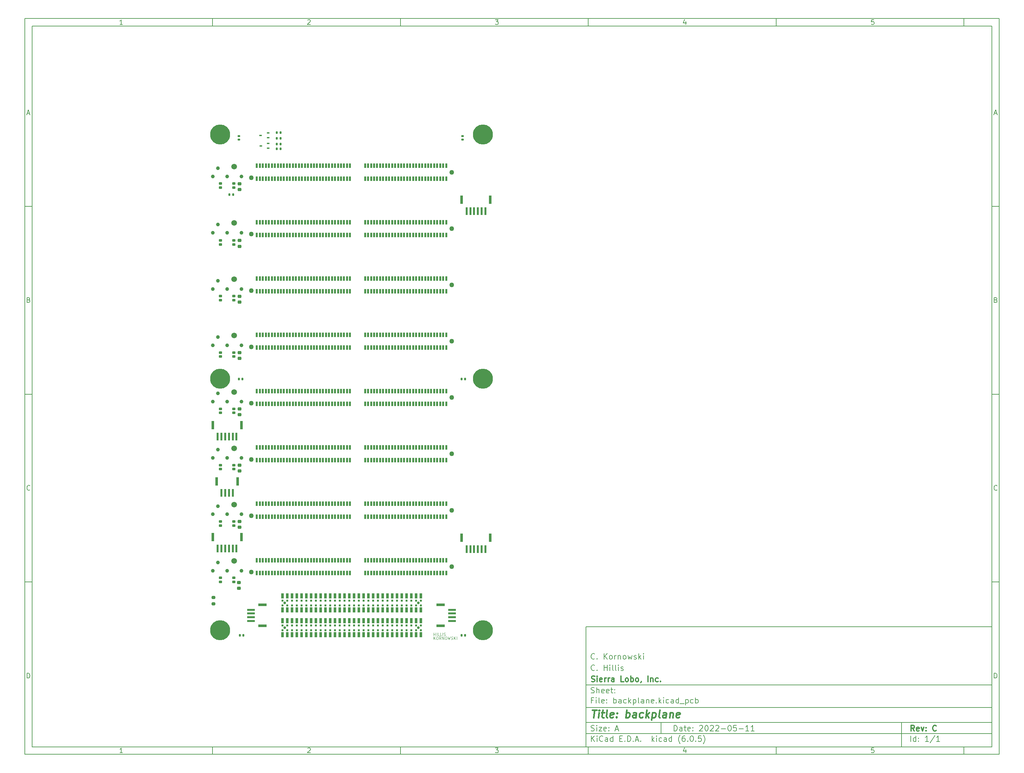
<source format=gts>
G04 #@! TF.GenerationSoftware,KiCad,Pcbnew,(6.0.5)*
G04 #@! TF.CreationDate,2022-05-19T10:27:32-04:00*
G04 #@! TF.ProjectId,backplane,6261636b-706c-4616-9e65-2e6b69636164,C*
G04 #@! TF.SameCoordinates,Original*
G04 #@! TF.FileFunction,Soldermask,Top*
G04 #@! TF.FilePolarity,Negative*
%FSLAX46Y46*%
G04 Gerber Fmt 4.6, Leading zero omitted, Abs format (unit mm)*
G04 Created by KiCad (PCBNEW (6.0.5)) date 2022-05-19 10:27:32*
%MOMM*%
%LPD*%
G01*
G04 APERTURE LIST*
G04 Aperture macros list*
%AMRoundRect*
0 Rectangle with rounded corners*
0 $1 Rounding radius*
0 $2 $3 $4 $5 $6 $7 $8 $9 X,Y pos of 4 corners*
0 Add a 4 corners polygon primitive as box body*
4,1,4,$2,$3,$4,$5,$6,$7,$8,$9,$2,$3,0*
0 Add four circle primitives for the rounded corners*
1,1,$1+$1,$2,$3*
1,1,$1+$1,$4,$5*
1,1,$1+$1,$6,$7*
1,1,$1+$1,$8,$9*
0 Add four rect primitives between the rounded corners*
20,1,$1+$1,$2,$3,$4,$5,0*
20,1,$1+$1,$4,$5,$6,$7,0*
20,1,$1+$1,$6,$7,$8,$9,0*
20,1,$1+$1,$8,$9,$2,$3,0*%
G04 Aperture macros list end*
%ADD10C,0.100000*%
%ADD11C,0.150000*%
%ADD12C,0.300000*%
%ADD13C,0.400000*%
%ADD14C,0.125000*%
%ADD15RoundRect,0.140000X0.170000X-0.140000X0.170000X0.140000X-0.170000X0.140000X-0.170000X-0.140000X0*%
%ADD16RoundRect,0.140000X0.140000X0.170000X-0.140000X0.170000X-0.140000X-0.170000X0.140000X-0.170000X0*%
%ADD17RoundRect,0.140000X-0.140000X-0.170000X0.140000X-0.170000X0.140000X0.170000X-0.140000X0.170000X0*%
%ADD18C,1.270000*%
%ADD19C,1.000000*%
%ADD20C,1.500000*%
%ADD21R,0.500000X1.200000*%
%ADD22C,5.334000*%
%ADD23RoundRect,0.200000X-0.275000X0.200000X-0.275000X-0.200000X0.275000X-0.200000X0.275000X0.200000X0*%
%ADD24C,0.609600*%
%ADD25C,0.740000*%
%ADD26R,0.740000X1.470000*%
%ADD27R,0.700000X0.450000*%
%ADD28RoundRect,0.135000X-0.135000X-0.185000X0.135000X-0.185000X0.135000X0.185000X-0.135000X0.185000X0*%
%ADD29RoundRect,0.135000X0.135000X0.185000X-0.135000X0.185000X-0.135000X-0.185000X0.135000X-0.185000X0*%
%ADD30RoundRect,0.187500X0.237500X0.187500X-0.237500X0.187500X-0.237500X-0.187500X0.237500X-0.187500X0*%
%ADD31RoundRect,0.225000X-0.250000X0.225000X-0.250000X-0.225000X0.250000X-0.225000X0.250000X0.225000X0*%
%ADD32R,0.600000X2.025000*%
%ADD33R,0.800000X2.275000*%
%ADD34R,2.025000X0.600000*%
%ADD35R,2.275000X0.800000*%
G04 APERTURE END LIST*
D10*
D11*
X159400000Y-171900000D02*
X159400000Y-203900000D01*
X267400000Y-203900000D01*
X267400000Y-171900000D01*
X159400000Y-171900000D01*
D10*
D11*
X10000000Y-10000000D02*
X10000000Y-205900000D01*
X269400000Y-205900000D01*
X269400000Y-10000000D01*
X10000000Y-10000000D01*
D10*
D11*
X12000000Y-12000000D02*
X12000000Y-203900000D01*
X267400000Y-203900000D01*
X267400000Y-12000000D01*
X12000000Y-12000000D01*
D10*
D11*
X60000000Y-12000000D02*
X60000000Y-10000000D01*
D10*
D11*
X110000000Y-12000000D02*
X110000000Y-10000000D01*
D10*
D11*
X160000000Y-12000000D02*
X160000000Y-10000000D01*
D10*
D11*
X210000000Y-12000000D02*
X210000000Y-10000000D01*
D10*
D11*
X260000000Y-12000000D02*
X260000000Y-10000000D01*
D10*
D11*
X36065476Y-11588095D02*
X35322619Y-11588095D01*
X35694047Y-11588095D02*
X35694047Y-10288095D01*
X35570238Y-10473809D01*
X35446428Y-10597619D01*
X35322619Y-10659523D01*
D10*
D11*
X85322619Y-10411904D02*
X85384523Y-10350000D01*
X85508333Y-10288095D01*
X85817857Y-10288095D01*
X85941666Y-10350000D01*
X86003571Y-10411904D01*
X86065476Y-10535714D01*
X86065476Y-10659523D01*
X86003571Y-10845238D01*
X85260714Y-11588095D01*
X86065476Y-11588095D01*
D10*
D11*
X135260714Y-10288095D02*
X136065476Y-10288095D01*
X135632142Y-10783333D01*
X135817857Y-10783333D01*
X135941666Y-10845238D01*
X136003571Y-10907142D01*
X136065476Y-11030952D01*
X136065476Y-11340476D01*
X136003571Y-11464285D01*
X135941666Y-11526190D01*
X135817857Y-11588095D01*
X135446428Y-11588095D01*
X135322619Y-11526190D01*
X135260714Y-11464285D01*
D10*
D11*
X185941666Y-10721428D02*
X185941666Y-11588095D01*
X185632142Y-10226190D02*
X185322619Y-11154761D01*
X186127380Y-11154761D01*
D10*
D11*
X236003571Y-10288095D02*
X235384523Y-10288095D01*
X235322619Y-10907142D01*
X235384523Y-10845238D01*
X235508333Y-10783333D01*
X235817857Y-10783333D01*
X235941666Y-10845238D01*
X236003571Y-10907142D01*
X236065476Y-11030952D01*
X236065476Y-11340476D01*
X236003571Y-11464285D01*
X235941666Y-11526190D01*
X235817857Y-11588095D01*
X235508333Y-11588095D01*
X235384523Y-11526190D01*
X235322619Y-11464285D01*
D10*
D11*
X60000000Y-203900000D02*
X60000000Y-205900000D01*
D10*
D11*
X110000000Y-203900000D02*
X110000000Y-205900000D01*
D10*
D11*
X160000000Y-203900000D02*
X160000000Y-205900000D01*
D10*
D11*
X210000000Y-203900000D02*
X210000000Y-205900000D01*
D10*
D11*
X260000000Y-203900000D02*
X260000000Y-205900000D01*
D10*
D11*
X36065476Y-205488095D02*
X35322619Y-205488095D01*
X35694047Y-205488095D02*
X35694047Y-204188095D01*
X35570238Y-204373809D01*
X35446428Y-204497619D01*
X35322619Y-204559523D01*
D10*
D11*
X85322619Y-204311904D02*
X85384523Y-204250000D01*
X85508333Y-204188095D01*
X85817857Y-204188095D01*
X85941666Y-204250000D01*
X86003571Y-204311904D01*
X86065476Y-204435714D01*
X86065476Y-204559523D01*
X86003571Y-204745238D01*
X85260714Y-205488095D01*
X86065476Y-205488095D01*
D10*
D11*
X135260714Y-204188095D02*
X136065476Y-204188095D01*
X135632142Y-204683333D01*
X135817857Y-204683333D01*
X135941666Y-204745238D01*
X136003571Y-204807142D01*
X136065476Y-204930952D01*
X136065476Y-205240476D01*
X136003571Y-205364285D01*
X135941666Y-205426190D01*
X135817857Y-205488095D01*
X135446428Y-205488095D01*
X135322619Y-205426190D01*
X135260714Y-205364285D01*
D10*
D11*
X185941666Y-204621428D02*
X185941666Y-205488095D01*
X185632142Y-204126190D02*
X185322619Y-205054761D01*
X186127380Y-205054761D01*
D10*
D11*
X236003571Y-204188095D02*
X235384523Y-204188095D01*
X235322619Y-204807142D01*
X235384523Y-204745238D01*
X235508333Y-204683333D01*
X235817857Y-204683333D01*
X235941666Y-204745238D01*
X236003571Y-204807142D01*
X236065476Y-204930952D01*
X236065476Y-205240476D01*
X236003571Y-205364285D01*
X235941666Y-205426190D01*
X235817857Y-205488095D01*
X235508333Y-205488095D01*
X235384523Y-205426190D01*
X235322619Y-205364285D01*
D10*
D11*
X10000000Y-60000000D02*
X12000000Y-60000000D01*
D10*
D11*
X10000000Y-110000000D02*
X12000000Y-110000000D01*
D10*
D11*
X10000000Y-160000000D02*
X12000000Y-160000000D01*
D10*
D11*
X10690476Y-35216666D02*
X11309523Y-35216666D01*
X10566666Y-35588095D02*
X11000000Y-34288095D01*
X11433333Y-35588095D01*
D10*
D11*
X11092857Y-84907142D02*
X11278571Y-84969047D01*
X11340476Y-85030952D01*
X11402380Y-85154761D01*
X11402380Y-85340476D01*
X11340476Y-85464285D01*
X11278571Y-85526190D01*
X11154761Y-85588095D01*
X10659523Y-85588095D01*
X10659523Y-84288095D01*
X11092857Y-84288095D01*
X11216666Y-84350000D01*
X11278571Y-84411904D01*
X11340476Y-84535714D01*
X11340476Y-84659523D01*
X11278571Y-84783333D01*
X11216666Y-84845238D01*
X11092857Y-84907142D01*
X10659523Y-84907142D01*
D10*
D11*
X11402380Y-135464285D02*
X11340476Y-135526190D01*
X11154761Y-135588095D01*
X11030952Y-135588095D01*
X10845238Y-135526190D01*
X10721428Y-135402380D01*
X10659523Y-135278571D01*
X10597619Y-135030952D01*
X10597619Y-134845238D01*
X10659523Y-134597619D01*
X10721428Y-134473809D01*
X10845238Y-134350000D01*
X11030952Y-134288095D01*
X11154761Y-134288095D01*
X11340476Y-134350000D01*
X11402380Y-134411904D01*
D10*
D11*
X10659523Y-185588095D02*
X10659523Y-184288095D01*
X10969047Y-184288095D01*
X11154761Y-184350000D01*
X11278571Y-184473809D01*
X11340476Y-184597619D01*
X11402380Y-184845238D01*
X11402380Y-185030952D01*
X11340476Y-185278571D01*
X11278571Y-185402380D01*
X11154761Y-185526190D01*
X10969047Y-185588095D01*
X10659523Y-185588095D01*
D10*
D11*
X269400000Y-60000000D02*
X267400000Y-60000000D01*
D10*
D11*
X269400000Y-110000000D02*
X267400000Y-110000000D01*
D10*
D11*
X269400000Y-160000000D02*
X267400000Y-160000000D01*
D10*
D11*
X268090476Y-35216666D02*
X268709523Y-35216666D01*
X267966666Y-35588095D02*
X268400000Y-34288095D01*
X268833333Y-35588095D01*
D10*
D11*
X268492857Y-84907142D02*
X268678571Y-84969047D01*
X268740476Y-85030952D01*
X268802380Y-85154761D01*
X268802380Y-85340476D01*
X268740476Y-85464285D01*
X268678571Y-85526190D01*
X268554761Y-85588095D01*
X268059523Y-85588095D01*
X268059523Y-84288095D01*
X268492857Y-84288095D01*
X268616666Y-84350000D01*
X268678571Y-84411904D01*
X268740476Y-84535714D01*
X268740476Y-84659523D01*
X268678571Y-84783333D01*
X268616666Y-84845238D01*
X268492857Y-84907142D01*
X268059523Y-84907142D01*
D10*
D11*
X268802380Y-135464285D02*
X268740476Y-135526190D01*
X268554761Y-135588095D01*
X268430952Y-135588095D01*
X268245238Y-135526190D01*
X268121428Y-135402380D01*
X268059523Y-135278571D01*
X267997619Y-135030952D01*
X267997619Y-134845238D01*
X268059523Y-134597619D01*
X268121428Y-134473809D01*
X268245238Y-134350000D01*
X268430952Y-134288095D01*
X268554761Y-134288095D01*
X268740476Y-134350000D01*
X268802380Y-134411904D01*
D10*
D11*
X268059523Y-185588095D02*
X268059523Y-184288095D01*
X268369047Y-184288095D01*
X268554761Y-184350000D01*
X268678571Y-184473809D01*
X268740476Y-184597619D01*
X268802380Y-184845238D01*
X268802380Y-185030952D01*
X268740476Y-185278571D01*
X268678571Y-185402380D01*
X268554761Y-185526190D01*
X268369047Y-185588095D01*
X268059523Y-185588095D01*
D10*
D11*
X182832142Y-199678571D02*
X182832142Y-198178571D01*
X183189285Y-198178571D01*
X183403571Y-198250000D01*
X183546428Y-198392857D01*
X183617857Y-198535714D01*
X183689285Y-198821428D01*
X183689285Y-199035714D01*
X183617857Y-199321428D01*
X183546428Y-199464285D01*
X183403571Y-199607142D01*
X183189285Y-199678571D01*
X182832142Y-199678571D01*
X184975000Y-199678571D02*
X184975000Y-198892857D01*
X184903571Y-198750000D01*
X184760714Y-198678571D01*
X184475000Y-198678571D01*
X184332142Y-198750000D01*
X184975000Y-199607142D02*
X184832142Y-199678571D01*
X184475000Y-199678571D01*
X184332142Y-199607142D01*
X184260714Y-199464285D01*
X184260714Y-199321428D01*
X184332142Y-199178571D01*
X184475000Y-199107142D01*
X184832142Y-199107142D01*
X184975000Y-199035714D01*
X185475000Y-198678571D02*
X186046428Y-198678571D01*
X185689285Y-198178571D02*
X185689285Y-199464285D01*
X185760714Y-199607142D01*
X185903571Y-199678571D01*
X186046428Y-199678571D01*
X187117857Y-199607142D02*
X186975000Y-199678571D01*
X186689285Y-199678571D01*
X186546428Y-199607142D01*
X186475000Y-199464285D01*
X186475000Y-198892857D01*
X186546428Y-198750000D01*
X186689285Y-198678571D01*
X186975000Y-198678571D01*
X187117857Y-198750000D01*
X187189285Y-198892857D01*
X187189285Y-199035714D01*
X186475000Y-199178571D01*
X187832142Y-199535714D02*
X187903571Y-199607142D01*
X187832142Y-199678571D01*
X187760714Y-199607142D01*
X187832142Y-199535714D01*
X187832142Y-199678571D01*
X187832142Y-198750000D02*
X187903571Y-198821428D01*
X187832142Y-198892857D01*
X187760714Y-198821428D01*
X187832142Y-198750000D01*
X187832142Y-198892857D01*
X189617857Y-198321428D02*
X189689285Y-198250000D01*
X189832142Y-198178571D01*
X190189285Y-198178571D01*
X190332142Y-198250000D01*
X190403571Y-198321428D01*
X190475000Y-198464285D01*
X190475000Y-198607142D01*
X190403571Y-198821428D01*
X189546428Y-199678571D01*
X190475000Y-199678571D01*
X191403571Y-198178571D02*
X191546428Y-198178571D01*
X191689285Y-198250000D01*
X191760714Y-198321428D01*
X191832142Y-198464285D01*
X191903571Y-198750000D01*
X191903571Y-199107142D01*
X191832142Y-199392857D01*
X191760714Y-199535714D01*
X191689285Y-199607142D01*
X191546428Y-199678571D01*
X191403571Y-199678571D01*
X191260714Y-199607142D01*
X191189285Y-199535714D01*
X191117857Y-199392857D01*
X191046428Y-199107142D01*
X191046428Y-198750000D01*
X191117857Y-198464285D01*
X191189285Y-198321428D01*
X191260714Y-198250000D01*
X191403571Y-198178571D01*
X192475000Y-198321428D02*
X192546428Y-198250000D01*
X192689285Y-198178571D01*
X193046428Y-198178571D01*
X193189285Y-198250000D01*
X193260714Y-198321428D01*
X193332142Y-198464285D01*
X193332142Y-198607142D01*
X193260714Y-198821428D01*
X192403571Y-199678571D01*
X193332142Y-199678571D01*
X193903571Y-198321428D02*
X193975000Y-198250000D01*
X194117857Y-198178571D01*
X194475000Y-198178571D01*
X194617857Y-198250000D01*
X194689285Y-198321428D01*
X194760714Y-198464285D01*
X194760714Y-198607142D01*
X194689285Y-198821428D01*
X193832142Y-199678571D01*
X194760714Y-199678571D01*
X195403571Y-199107142D02*
X196546428Y-199107142D01*
X197546428Y-198178571D02*
X197689285Y-198178571D01*
X197832142Y-198250000D01*
X197903571Y-198321428D01*
X197975000Y-198464285D01*
X198046428Y-198750000D01*
X198046428Y-199107142D01*
X197975000Y-199392857D01*
X197903571Y-199535714D01*
X197832142Y-199607142D01*
X197689285Y-199678571D01*
X197546428Y-199678571D01*
X197403571Y-199607142D01*
X197332142Y-199535714D01*
X197260714Y-199392857D01*
X197189285Y-199107142D01*
X197189285Y-198750000D01*
X197260714Y-198464285D01*
X197332142Y-198321428D01*
X197403571Y-198250000D01*
X197546428Y-198178571D01*
X199403571Y-198178571D02*
X198689285Y-198178571D01*
X198617857Y-198892857D01*
X198689285Y-198821428D01*
X198832142Y-198750000D01*
X199189285Y-198750000D01*
X199332142Y-198821428D01*
X199403571Y-198892857D01*
X199475000Y-199035714D01*
X199475000Y-199392857D01*
X199403571Y-199535714D01*
X199332142Y-199607142D01*
X199189285Y-199678571D01*
X198832142Y-199678571D01*
X198689285Y-199607142D01*
X198617857Y-199535714D01*
X200117857Y-199107142D02*
X201260714Y-199107142D01*
X202760714Y-199678571D02*
X201903571Y-199678571D01*
X202332142Y-199678571D02*
X202332142Y-198178571D01*
X202189285Y-198392857D01*
X202046428Y-198535714D01*
X201903571Y-198607142D01*
X204189285Y-199678571D02*
X203332142Y-199678571D01*
X203760714Y-199678571D02*
X203760714Y-198178571D01*
X203617857Y-198392857D01*
X203475000Y-198535714D01*
X203332142Y-198607142D01*
D10*
D11*
X159400000Y-200400000D02*
X267400000Y-200400000D01*
D10*
D11*
X160832142Y-202478571D02*
X160832142Y-200978571D01*
X161689285Y-202478571D02*
X161046428Y-201621428D01*
X161689285Y-200978571D02*
X160832142Y-201835714D01*
X162332142Y-202478571D02*
X162332142Y-201478571D01*
X162332142Y-200978571D02*
X162260714Y-201050000D01*
X162332142Y-201121428D01*
X162403571Y-201050000D01*
X162332142Y-200978571D01*
X162332142Y-201121428D01*
X163903571Y-202335714D02*
X163832142Y-202407142D01*
X163617857Y-202478571D01*
X163475000Y-202478571D01*
X163260714Y-202407142D01*
X163117857Y-202264285D01*
X163046428Y-202121428D01*
X162975000Y-201835714D01*
X162975000Y-201621428D01*
X163046428Y-201335714D01*
X163117857Y-201192857D01*
X163260714Y-201050000D01*
X163475000Y-200978571D01*
X163617857Y-200978571D01*
X163832142Y-201050000D01*
X163903571Y-201121428D01*
X165189285Y-202478571D02*
X165189285Y-201692857D01*
X165117857Y-201550000D01*
X164975000Y-201478571D01*
X164689285Y-201478571D01*
X164546428Y-201550000D01*
X165189285Y-202407142D02*
X165046428Y-202478571D01*
X164689285Y-202478571D01*
X164546428Y-202407142D01*
X164475000Y-202264285D01*
X164475000Y-202121428D01*
X164546428Y-201978571D01*
X164689285Y-201907142D01*
X165046428Y-201907142D01*
X165189285Y-201835714D01*
X166546428Y-202478571D02*
X166546428Y-200978571D01*
X166546428Y-202407142D02*
X166403571Y-202478571D01*
X166117857Y-202478571D01*
X165975000Y-202407142D01*
X165903571Y-202335714D01*
X165832142Y-202192857D01*
X165832142Y-201764285D01*
X165903571Y-201621428D01*
X165975000Y-201550000D01*
X166117857Y-201478571D01*
X166403571Y-201478571D01*
X166546428Y-201550000D01*
X168403571Y-201692857D02*
X168903571Y-201692857D01*
X169117857Y-202478571D02*
X168403571Y-202478571D01*
X168403571Y-200978571D01*
X169117857Y-200978571D01*
X169760714Y-202335714D02*
X169832142Y-202407142D01*
X169760714Y-202478571D01*
X169689285Y-202407142D01*
X169760714Y-202335714D01*
X169760714Y-202478571D01*
X170475000Y-202478571D02*
X170475000Y-200978571D01*
X170832142Y-200978571D01*
X171046428Y-201050000D01*
X171189285Y-201192857D01*
X171260714Y-201335714D01*
X171332142Y-201621428D01*
X171332142Y-201835714D01*
X171260714Y-202121428D01*
X171189285Y-202264285D01*
X171046428Y-202407142D01*
X170832142Y-202478571D01*
X170475000Y-202478571D01*
X171975000Y-202335714D02*
X172046428Y-202407142D01*
X171975000Y-202478571D01*
X171903571Y-202407142D01*
X171975000Y-202335714D01*
X171975000Y-202478571D01*
X172617857Y-202050000D02*
X173332142Y-202050000D01*
X172475000Y-202478571D02*
X172975000Y-200978571D01*
X173475000Y-202478571D01*
X173975000Y-202335714D02*
X174046428Y-202407142D01*
X173975000Y-202478571D01*
X173903571Y-202407142D01*
X173975000Y-202335714D01*
X173975000Y-202478571D01*
X176975000Y-202478571D02*
X176975000Y-200978571D01*
X177117857Y-201907142D02*
X177546428Y-202478571D01*
X177546428Y-201478571D02*
X176975000Y-202050000D01*
X178189285Y-202478571D02*
X178189285Y-201478571D01*
X178189285Y-200978571D02*
X178117857Y-201050000D01*
X178189285Y-201121428D01*
X178260714Y-201050000D01*
X178189285Y-200978571D01*
X178189285Y-201121428D01*
X179546428Y-202407142D02*
X179403571Y-202478571D01*
X179117857Y-202478571D01*
X178975000Y-202407142D01*
X178903571Y-202335714D01*
X178832142Y-202192857D01*
X178832142Y-201764285D01*
X178903571Y-201621428D01*
X178975000Y-201550000D01*
X179117857Y-201478571D01*
X179403571Y-201478571D01*
X179546428Y-201550000D01*
X180832142Y-202478571D02*
X180832142Y-201692857D01*
X180760714Y-201550000D01*
X180617857Y-201478571D01*
X180332142Y-201478571D01*
X180189285Y-201550000D01*
X180832142Y-202407142D02*
X180689285Y-202478571D01*
X180332142Y-202478571D01*
X180189285Y-202407142D01*
X180117857Y-202264285D01*
X180117857Y-202121428D01*
X180189285Y-201978571D01*
X180332142Y-201907142D01*
X180689285Y-201907142D01*
X180832142Y-201835714D01*
X182189285Y-202478571D02*
X182189285Y-200978571D01*
X182189285Y-202407142D02*
X182046428Y-202478571D01*
X181760714Y-202478571D01*
X181617857Y-202407142D01*
X181546428Y-202335714D01*
X181475000Y-202192857D01*
X181475000Y-201764285D01*
X181546428Y-201621428D01*
X181617857Y-201550000D01*
X181760714Y-201478571D01*
X182046428Y-201478571D01*
X182189285Y-201550000D01*
X184475000Y-203050000D02*
X184403571Y-202978571D01*
X184260714Y-202764285D01*
X184189285Y-202621428D01*
X184117857Y-202407142D01*
X184046428Y-202050000D01*
X184046428Y-201764285D01*
X184117857Y-201407142D01*
X184189285Y-201192857D01*
X184260714Y-201050000D01*
X184403571Y-200835714D01*
X184475000Y-200764285D01*
X185689285Y-200978571D02*
X185403571Y-200978571D01*
X185260714Y-201050000D01*
X185189285Y-201121428D01*
X185046428Y-201335714D01*
X184975000Y-201621428D01*
X184975000Y-202192857D01*
X185046428Y-202335714D01*
X185117857Y-202407142D01*
X185260714Y-202478571D01*
X185546428Y-202478571D01*
X185689285Y-202407142D01*
X185760714Y-202335714D01*
X185832142Y-202192857D01*
X185832142Y-201835714D01*
X185760714Y-201692857D01*
X185689285Y-201621428D01*
X185546428Y-201550000D01*
X185260714Y-201550000D01*
X185117857Y-201621428D01*
X185046428Y-201692857D01*
X184975000Y-201835714D01*
X186475000Y-202335714D02*
X186546428Y-202407142D01*
X186475000Y-202478571D01*
X186403571Y-202407142D01*
X186475000Y-202335714D01*
X186475000Y-202478571D01*
X187475000Y-200978571D02*
X187617857Y-200978571D01*
X187760714Y-201050000D01*
X187832142Y-201121428D01*
X187903571Y-201264285D01*
X187975000Y-201550000D01*
X187975000Y-201907142D01*
X187903571Y-202192857D01*
X187832142Y-202335714D01*
X187760714Y-202407142D01*
X187617857Y-202478571D01*
X187475000Y-202478571D01*
X187332142Y-202407142D01*
X187260714Y-202335714D01*
X187189285Y-202192857D01*
X187117857Y-201907142D01*
X187117857Y-201550000D01*
X187189285Y-201264285D01*
X187260714Y-201121428D01*
X187332142Y-201050000D01*
X187475000Y-200978571D01*
X188617857Y-202335714D02*
X188689285Y-202407142D01*
X188617857Y-202478571D01*
X188546428Y-202407142D01*
X188617857Y-202335714D01*
X188617857Y-202478571D01*
X190046428Y-200978571D02*
X189332142Y-200978571D01*
X189260714Y-201692857D01*
X189332142Y-201621428D01*
X189475000Y-201550000D01*
X189832142Y-201550000D01*
X189975000Y-201621428D01*
X190046428Y-201692857D01*
X190117857Y-201835714D01*
X190117857Y-202192857D01*
X190046428Y-202335714D01*
X189975000Y-202407142D01*
X189832142Y-202478571D01*
X189475000Y-202478571D01*
X189332142Y-202407142D01*
X189260714Y-202335714D01*
X190617857Y-203050000D02*
X190689285Y-202978571D01*
X190832142Y-202764285D01*
X190903571Y-202621428D01*
X190975000Y-202407142D01*
X191046428Y-202050000D01*
X191046428Y-201764285D01*
X190975000Y-201407142D01*
X190903571Y-201192857D01*
X190832142Y-201050000D01*
X190689285Y-200835714D01*
X190617857Y-200764285D01*
D10*
D11*
X159400000Y-197400000D02*
X267400000Y-197400000D01*
D10*
D12*
X246809285Y-199678571D02*
X246309285Y-198964285D01*
X245952142Y-199678571D02*
X245952142Y-198178571D01*
X246523571Y-198178571D01*
X246666428Y-198250000D01*
X246737857Y-198321428D01*
X246809285Y-198464285D01*
X246809285Y-198678571D01*
X246737857Y-198821428D01*
X246666428Y-198892857D01*
X246523571Y-198964285D01*
X245952142Y-198964285D01*
X248023571Y-199607142D02*
X247880714Y-199678571D01*
X247595000Y-199678571D01*
X247452142Y-199607142D01*
X247380714Y-199464285D01*
X247380714Y-198892857D01*
X247452142Y-198750000D01*
X247595000Y-198678571D01*
X247880714Y-198678571D01*
X248023571Y-198750000D01*
X248095000Y-198892857D01*
X248095000Y-199035714D01*
X247380714Y-199178571D01*
X248595000Y-198678571D02*
X248952142Y-199678571D01*
X249309285Y-198678571D01*
X249880714Y-199535714D02*
X249952142Y-199607142D01*
X249880714Y-199678571D01*
X249809285Y-199607142D01*
X249880714Y-199535714D01*
X249880714Y-199678571D01*
X249880714Y-198750000D02*
X249952142Y-198821428D01*
X249880714Y-198892857D01*
X249809285Y-198821428D01*
X249880714Y-198750000D01*
X249880714Y-198892857D01*
X252595000Y-199535714D02*
X252523571Y-199607142D01*
X252309285Y-199678571D01*
X252166428Y-199678571D01*
X251952142Y-199607142D01*
X251809285Y-199464285D01*
X251737857Y-199321428D01*
X251666428Y-199035714D01*
X251666428Y-198821428D01*
X251737857Y-198535714D01*
X251809285Y-198392857D01*
X251952142Y-198250000D01*
X252166428Y-198178571D01*
X252309285Y-198178571D01*
X252523571Y-198250000D01*
X252595000Y-198321428D01*
D10*
D11*
X160760714Y-199607142D02*
X160975000Y-199678571D01*
X161332142Y-199678571D01*
X161475000Y-199607142D01*
X161546428Y-199535714D01*
X161617857Y-199392857D01*
X161617857Y-199250000D01*
X161546428Y-199107142D01*
X161475000Y-199035714D01*
X161332142Y-198964285D01*
X161046428Y-198892857D01*
X160903571Y-198821428D01*
X160832142Y-198750000D01*
X160760714Y-198607142D01*
X160760714Y-198464285D01*
X160832142Y-198321428D01*
X160903571Y-198250000D01*
X161046428Y-198178571D01*
X161403571Y-198178571D01*
X161617857Y-198250000D01*
X162260714Y-199678571D02*
X162260714Y-198678571D01*
X162260714Y-198178571D02*
X162189285Y-198250000D01*
X162260714Y-198321428D01*
X162332142Y-198250000D01*
X162260714Y-198178571D01*
X162260714Y-198321428D01*
X162832142Y-198678571D02*
X163617857Y-198678571D01*
X162832142Y-199678571D01*
X163617857Y-199678571D01*
X164760714Y-199607142D02*
X164617857Y-199678571D01*
X164332142Y-199678571D01*
X164189285Y-199607142D01*
X164117857Y-199464285D01*
X164117857Y-198892857D01*
X164189285Y-198750000D01*
X164332142Y-198678571D01*
X164617857Y-198678571D01*
X164760714Y-198750000D01*
X164832142Y-198892857D01*
X164832142Y-199035714D01*
X164117857Y-199178571D01*
X165475000Y-199535714D02*
X165546428Y-199607142D01*
X165475000Y-199678571D01*
X165403571Y-199607142D01*
X165475000Y-199535714D01*
X165475000Y-199678571D01*
X165475000Y-198750000D02*
X165546428Y-198821428D01*
X165475000Y-198892857D01*
X165403571Y-198821428D01*
X165475000Y-198750000D01*
X165475000Y-198892857D01*
X167260714Y-199250000D02*
X167975000Y-199250000D01*
X167117857Y-199678571D02*
X167617857Y-198178571D01*
X168117857Y-199678571D01*
D10*
D11*
X245832142Y-202478571D02*
X245832142Y-200978571D01*
X247189285Y-202478571D02*
X247189285Y-200978571D01*
X247189285Y-202407142D02*
X247046428Y-202478571D01*
X246760714Y-202478571D01*
X246617857Y-202407142D01*
X246546428Y-202335714D01*
X246475000Y-202192857D01*
X246475000Y-201764285D01*
X246546428Y-201621428D01*
X246617857Y-201550000D01*
X246760714Y-201478571D01*
X247046428Y-201478571D01*
X247189285Y-201550000D01*
X247903571Y-202335714D02*
X247975000Y-202407142D01*
X247903571Y-202478571D01*
X247832142Y-202407142D01*
X247903571Y-202335714D01*
X247903571Y-202478571D01*
X247903571Y-201550000D02*
X247975000Y-201621428D01*
X247903571Y-201692857D01*
X247832142Y-201621428D01*
X247903571Y-201550000D01*
X247903571Y-201692857D01*
X250546428Y-202478571D02*
X249689285Y-202478571D01*
X250117857Y-202478571D02*
X250117857Y-200978571D01*
X249975000Y-201192857D01*
X249832142Y-201335714D01*
X249689285Y-201407142D01*
X252260714Y-200907142D02*
X250975000Y-202835714D01*
X253546428Y-202478571D02*
X252689285Y-202478571D01*
X253117857Y-202478571D02*
X253117857Y-200978571D01*
X252975000Y-201192857D01*
X252832142Y-201335714D01*
X252689285Y-201407142D01*
D10*
D11*
X159400000Y-193400000D02*
X267400000Y-193400000D01*
D10*
D13*
X161112380Y-194104761D02*
X162255238Y-194104761D01*
X161433809Y-196104761D02*
X161683809Y-194104761D01*
X162671904Y-196104761D02*
X162838571Y-194771428D01*
X162921904Y-194104761D02*
X162814761Y-194200000D01*
X162898095Y-194295238D01*
X163005238Y-194200000D01*
X162921904Y-194104761D01*
X162898095Y-194295238D01*
X163505238Y-194771428D02*
X164267142Y-194771428D01*
X163874285Y-194104761D02*
X163660000Y-195819047D01*
X163731428Y-196009523D01*
X163910000Y-196104761D01*
X164100476Y-196104761D01*
X165052857Y-196104761D02*
X164874285Y-196009523D01*
X164802857Y-195819047D01*
X165017142Y-194104761D01*
X166588571Y-196009523D02*
X166386190Y-196104761D01*
X166005238Y-196104761D01*
X165826666Y-196009523D01*
X165755238Y-195819047D01*
X165850476Y-195057142D01*
X165969523Y-194866666D01*
X166171904Y-194771428D01*
X166552857Y-194771428D01*
X166731428Y-194866666D01*
X166802857Y-195057142D01*
X166779047Y-195247619D01*
X165802857Y-195438095D01*
X167552857Y-195914285D02*
X167636190Y-196009523D01*
X167529047Y-196104761D01*
X167445714Y-196009523D01*
X167552857Y-195914285D01*
X167529047Y-196104761D01*
X167683809Y-194866666D02*
X167767142Y-194961904D01*
X167660000Y-195057142D01*
X167576666Y-194961904D01*
X167683809Y-194866666D01*
X167660000Y-195057142D01*
X170005238Y-196104761D02*
X170255238Y-194104761D01*
X170160000Y-194866666D02*
X170362380Y-194771428D01*
X170743333Y-194771428D01*
X170921904Y-194866666D01*
X171005238Y-194961904D01*
X171076666Y-195152380D01*
X171005238Y-195723809D01*
X170886190Y-195914285D01*
X170779047Y-196009523D01*
X170576666Y-196104761D01*
X170195714Y-196104761D01*
X170017142Y-196009523D01*
X172671904Y-196104761D02*
X172802857Y-195057142D01*
X172731428Y-194866666D01*
X172552857Y-194771428D01*
X172171904Y-194771428D01*
X171969523Y-194866666D01*
X172683809Y-196009523D02*
X172481428Y-196104761D01*
X172005238Y-196104761D01*
X171826666Y-196009523D01*
X171755238Y-195819047D01*
X171779047Y-195628571D01*
X171898095Y-195438095D01*
X172100476Y-195342857D01*
X172576666Y-195342857D01*
X172779047Y-195247619D01*
X174493333Y-196009523D02*
X174290952Y-196104761D01*
X173910000Y-196104761D01*
X173731428Y-196009523D01*
X173648095Y-195914285D01*
X173576666Y-195723809D01*
X173648095Y-195152380D01*
X173767142Y-194961904D01*
X173874285Y-194866666D01*
X174076666Y-194771428D01*
X174457619Y-194771428D01*
X174636190Y-194866666D01*
X175338571Y-196104761D02*
X175588571Y-194104761D01*
X175624285Y-195342857D02*
X176100476Y-196104761D01*
X176267142Y-194771428D02*
X175410000Y-195533333D01*
X177124285Y-194771428D02*
X176874285Y-196771428D01*
X177112380Y-194866666D02*
X177314761Y-194771428D01*
X177695714Y-194771428D01*
X177874285Y-194866666D01*
X177957619Y-194961904D01*
X178029047Y-195152380D01*
X177957619Y-195723809D01*
X177838571Y-195914285D01*
X177731428Y-196009523D01*
X177529047Y-196104761D01*
X177148095Y-196104761D01*
X176969523Y-196009523D01*
X179052857Y-196104761D02*
X178874285Y-196009523D01*
X178802857Y-195819047D01*
X179017142Y-194104761D01*
X180671904Y-196104761D02*
X180802857Y-195057142D01*
X180731428Y-194866666D01*
X180552857Y-194771428D01*
X180171904Y-194771428D01*
X179969523Y-194866666D01*
X180683809Y-196009523D02*
X180481428Y-196104761D01*
X180005238Y-196104761D01*
X179826666Y-196009523D01*
X179755238Y-195819047D01*
X179779047Y-195628571D01*
X179898095Y-195438095D01*
X180100476Y-195342857D01*
X180576666Y-195342857D01*
X180779047Y-195247619D01*
X181790952Y-194771428D02*
X181624285Y-196104761D01*
X181767142Y-194961904D02*
X181874285Y-194866666D01*
X182076666Y-194771428D01*
X182362380Y-194771428D01*
X182540952Y-194866666D01*
X182612380Y-195057142D01*
X182481428Y-196104761D01*
X184207619Y-196009523D02*
X184005238Y-196104761D01*
X183624285Y-196104761D01*
X183445714Y-196009523D01*
X183374285Y-195819047D01*
X183469523Y-195057142D01*
X183588571Y-194866666D01*
X183790952Y-194771428D01*
X184171904Y-194771428D01*
X184350476Y-194866666D01*
X184421904Y-195057142D01*
X184398095Y-195247619D01*
X183421904Y-195438095D01*
D10*
D11*
X161332142Y-191492857D02*
X160832142Y-191492857D01*
X160832142Y-192278571D02*
X160832142Y-190778571D01*
X161546428Y-190778571D01*
X162117857Y-192278571D02*
X162117857Y-191278571D01*
X162117857Y-190778571D02*
X162046428Y-190850000D01*
X162117857Y-190921428D01*
X162189285Y-190850000D01*
X162117857Y-190778571D01*
X162117857Y-190921428D01*
X163046428Y-192278571D02*
X162903571Y-192207142D01*
X162832142Y-192064285D01*
X162832142Y-190778571D01*
X164189285Y-192207142D02*
X164046428Y-192278571D01*
X163760714Y-192278571D01*
X163617857Y-192207142D01*
X163546428Y-192064285D01*
X163546428Y-191492857D01*
X163617857Y-191350000D01*
X163760714Y-191278571D01*
X164046428Y-191278571D01*
X164189285Y-191350000D01*
X164260714Y-191492857D01*
X164260714Y-191635714D01*
X163546428Y-191778571D01*
X164903571Y-192135714D02*
X164975000Y-192207142D01*
X164903571Y-192278571D01*
X164832142Y-192207142D01*
X164903571Y-192135714D01*
X164903571Y-192278571D01*
X164903571Y-191350000D02*
X164975000Y-191421428D01*
X164903571Y-191492857D01*
X164832142Y-191421428D01*
X164903571Y-191350000D01*
X164903571Y-191492857D01*
X166760714Y-192278571D02*
X166760714Y-190778571D01*
X166760714Y-191350000D02*
X166903571Y-191278571D01*
X167189285Y-191278571D01*
X167332142Y-191350000D01*
X167403571Y-191421428D01*
X167475000Y-191564285D01*
X167475000Y-191992857D01*
X167403571Y-192135714D01*
X167332142Y-192207142D01*
X167189285Y-192278571D01*
X166903571Y-192278571D01*
X166760714Y-192207142D01*
X168760714Y-192278571D02*
X168760714Y-191492857D01*
X168689285Y-191350000D01*
X168546428Y-191278571D01*
X168260714Y-191278571D01*
X168117857Y-191350000D01*
X168760714Y-192207142D02*
X168617857Y-192278571D01*
X168260714Y-192278571D01*
X168117857Y-192207142D01*
X168046428Y-192064285D01*
X168046428Y-191921428D01*
X168117857Y-191778571D01*
X168260714Y-191707142D01*
X168617857Y-191707142D01*
X168760714Y-191635714D01*
X170117857Y-192207142D02*
X169975000Y-192278571D01*
X169689285Y-192278571D01*
X169546428Y-192207142D01*
X169475000Y-192135714D01*
X169403571Y-191992857D01*
X169403571Y-191564285D01*
X169475000Y-191421428D01*
X169546428Y-191350000D01*
X169689285Y-191278571D01*
X169975000Y-191278571D01*
X170117857Y-191350000D01*
X170760714Y-192278571D02*
X170760714Y-190778571D01*
X170903571Y-191707142D02*
X171332142Y-192278571D01*
X171332142Y-191278571D02*
X170760714Y-191850000D01*
X171975000Y-191278571D02*
X171975000Y-192778571D01*
X171975000Y-191350000D02*
X172117857Y-191278571D01*
X172403571Y-191278571D01*
X172546428Y-191350000D01*
X172617857Y-191421428D01*
X172689285Y-191564285D01*
X172689285Y-191992857D01*
X172617857Y-192135714D01*
X172546428Y-192207142D01*
X172403571Y-192278571D01*
X172117857Y-192278571D01*
X171975000Y-192207142D01*
X173546428Y-192278571D02*
X173403571Y-192207142D01*
X173332142Y-192064285D01*
X173332142Y-190778571D01*
X174760714Y-192278571D02*
X174760714Y-191492857D01*
X174689285Y-191350000D01*
X174546428Y-191278571D01*
X174260714Y-191278571D01*
X174117857Y-191350000D01*
X174760714Y-192207142D02*
X174617857Y-192278571D01*
X174260714Y-192278571D01*
X174117857Y-192207142D01*
X174046428Y-192064285D01*
X174046428Y-191921428D01*
X174117857Y-191778571D01*
X174260714Y-191707142D01*
X174617857Y-191707142D01*
X174760714Y-191635714D01*
X175475000Y-191278571D02*
X175475000Y-192278571D01*
X175475000Y-191421428D02*
X175546428Y-191350000D01*
X175689285Y-191278571D01*
X175903571Y-191278571D01*
X176046428Y-191350000D01*
X176117857Y-191492857D01*
X176117857Y-192278571D01*
X177403571Y-192207142D02*
X177260714Y-192278571D01*
X176975000Y-192278571D01*
X176832142Y-192207142D01*
X176760714Y-192064285D01*
X176760714Y-191492857D01*
X176832142Y-191350000D01*
X176975000Y-191278571D01*
X177260714Y-191278571D01*
X177403571Y-191350000D01*
X177475000Y-191492857D01*
X177475000Y-191635714D01*
X176760714Y-191778571D01*
X178117857Y-192135714D02*
X178189285Y-192207142D01*
X178117857Y-192278571D01*
X178046428Y-192207142D01*
X178117857Y-192135714D01*
X178117857Y-192278571D01*
X178832142Y-192278571D02*
X178832142Y-190778571D01*
X178975000Y-191707142D02*
X179403571Y-192278571D01*
X179403571Y-191278571D02*
X178832142Y-191850000D01*
X180046428Y-192278571D02*
X180046428Y-191278571D01*
X180046428Y-190778571D02*
X179975000Y-190850000D01*
X180046428Y-190921428D01*
X180117857Y-190850000D01*
X180046428Y-190778571D01*
X180046428Y-190921428D01*
X181403571Y-192207142D02*
X181260714Y-192278571D01*
X180975000Y-192278571D01*
X180832142Y-192207142D01*
X180760714Y-192135714D01*
X180689285Y-191992857D01*
X180689285Y-191564285D01*
X180760714Y-191421428D01*
X180832142Y-191350000D01*
X180975000Y-191278571D01*
X181260714Y-191278571D01*
X181403571Y-191350000D01*
X182689285Y-192278571D02*
X182689285Y-191492857D01*
X182617857Y-191350000D01*
X182475000Y-191278571D01*
X182189285Y-191278571D01*
X182046428Y-191350000D01*
X182689285Y-192207142D02*
X182546428Y-192278571D01*
X182189285Y-192278571D01*
X182046428Y-192207142D01*
X181975000Y-192064285D01*
X181975000Y-191921428D01*
X182046428Y-191778571D01*
X182189285Y-191707142D01*
X182546428Y-191707142D01*
X182689285Y-191635714D01*
X184046428Y-192278571D02*
X184046428Y-190778571D01*
X184046428Y-192207142D02*
X183903571Y-192278571D01*
X183617857Y-192278571D01*
X183475000Y-192207142D01*
X183403571Y-192135714D01*
X183332142Y-191992857D01*
X183332142Y-191564285D01*
X183403571Y-191421428D01*
X183475000Y-191350000D01*
X183617857Y-191278571D01*
X183903571Y-191278571D01*
X184046428Y-191350000D01*
X184403571Y-192421428D02*
X185546428Y-192421428D01*
X185903571Y-191278571D02*
X185903571Y-192778571D01*
X185903571Y-191350000D02*
X186046428Y-191278571D01*
X186332142Y-191278571D01*
X186475000Y-191350000D01*
X186546428Y-191421428D01*
X186617857Y-191564285D01*
X186617857Y-191992857D01*
X186546428Y-192135714D01*
X186475000Y-192207142D01*
X186332142Y-192278571D01*
X186046428Y-192278571D01*
X185903571Y-192207142D01*
X187903571Y-192207142D02*
X187760714Y-192278571D01*
X187475000Y-192278571D01*
X187332142Y-192207142D01*
X187260714Y-192135714D01*
X187189285Y-191992857D01*
X187189285Y-191564285D01*
X187260714Y-191421428D01*
X187332142Y-191350000D01*
X187475000Y-191278571D01*
X187760714Y-191278571D01*
X187903571Y-191350000D01*
X188546428Y-192278571D02*
X188546428Y-190778571D01*
X188546428Y-191350000D02*
X188689285Y-191278571D01*
X188975000Y-191278571D01*
X189117857Y-191350000D01*
X189189285Y-191421428D01*
X189260714Y-191564285D01*
X189260714Y-191992857D01*
X189189285Y-192135714D01*
X189117857Y-192207142D01*
X188975000Y-192278571D01*
X188689285Y-192278571D01*
X188546428Y-192207142D01*
D10*
D11*
X159400000Y-187400000D02*
X267400000Y-187400000D01*
D10*
D11*
X160760714Y-189507142D02*
X160975000Y-189578571D01*
X161332142Y-189578571D01*
X161475000Y-189507142D01*
X161546428Y-189435714D01*
X161617857Y-189292857D01*
X161617857Y-189150000D01*
X161546428Y-189007142D01*
X161475000Y-188935714D01*
X161332142Y-188864285D01*
X161046428Y-188792857D01*
X160903571Y-188721428D01*
X160832142Y-188650000D01*
X160760714Y-188507142D01*
X160760714Y-188364285D01*
X160832142Y-188221428D01*
X160903571Y-188150000D01*
X161046428Y-188078571D01*
X161403571Y-188078571D01*
X161617857Y-188150000D01*
X162260714Y-189578571D02*
X162260714Y-188078571D01*
X162903571Y-189578571D02*
X162903571Y-188792857D01*
X162832142Y-188650000D01*
X162689285Y-188578571D01*
X162475000Y-188578571D01*
X162332142Y-188650000D01*
X162260714Y-188721428D01*
X164189285Y-189507142D02*
X164046428Y-189578571D01*
X163760714Y-189578571D01*
X163617857Y-189507142D01*
X163546428Y-189364285D01*
X163546428Y-188792857D01*
X163617857Y-188650000D01*
X163760714Y-188578571D01*
X164046428Y-188578571D01*
X164189285Y-188650000D01*
X164260714Y-188792857D01*
X164260714Y-188935714D01*
X163546428Y-189078571D01*
X165475000Y-189507142D02*
X165332142Y-189578571D01*
X165046428Y-189578571D01*
X164903571Y-189507142D01*
X164832142Y-189364285D01*
X164832142Y-188792857D01*
X164903571Y-188650000D01*
X165046428Y-188578571D01*
X165332142Y-188578571D01*
X165475000Y-188650000D01*
X165546428Y-188792857D01*
X165546428Y-188935714D01*
X164832142Y-189078571D01*
X165975000Y-188578571D02*
X166546428Y-188578571D01*
X166189285Y-188078571D02*
X166189285Y-189364285D01*
X166260714Y-189507142D01*
X166403571Y-189578571D01*
X166546428Y-189578571D01*
X167046428Y-189435714D02*
X167117857Y-189507142D01*
X167046428Y-189578571D01*
X166975000Y-189507142D01*
X167046428Y-189435714D01*
X167046428Y-189578571D01*
X167046428Y-188650000D02*
X167117857Y-188721428D01*
X167046428Y-188792857D01*
X166975000Y-188721428D01*
X167046428Y-188650000D01*
X167046428Y-188792857D01*
D10*
D12*
X160880714Y-186507142D02*
X161095000Y-186578571D01*
X161452142Y-186578571D01*
X161595000Y-186507142D01*
X161666428Y-186435714D01*
X161737857Y-186292857D01*
X161737857Y-186150000D01*
X161666428Y-186007142D01*
X161595000Y-185935714D01*
X161452142Y-185864285D01*
X161166428Y-185792857D01*
X161023571Y-185721428D01*
X160952142Y-185650000D01*
X160880714Y-185507142D01*
X160880714Y-185364285D01*
X160952142Y-185221428D01*
X161023571Y-185150000D01*
X161166428Y-185078571D01*
X161523571Y-185078571D01*
X161737857Y-185150000D01*
X162380714Y-186578571D02*
X162380714Y-185578571D01*
X162380714Y-185078571D02*
X162309285Y-185150000D01*
X162380714Y-185221428D01*
X162452142Y-185150000D01*
X162380714Y-185078571D01*
X162380714Y-185221428D01*
X163666428Y-186507142D02*
X163523571Y-186578571D01*
X163237857Y-186578571D01*
X163095000Y-186507142D01*
X163023571Y-186364285D01*
X163023571Y-185792857D01*
X163095000Y-185650000D01*
X163237857Y-185578571D01*
X163523571Y-185578571D01*
X163666428Y-185650000D01*
X163737857Y-185792857D01*
X163737857Y-185935714D01*
X163023571Y-186078571D01*
X164380714Y-186578571D02*
X164380714Y-185578571D01*
X164380714Y-185864285D02*
X164452142Y-185721428D01*
X164523571Y-185650000D01*
X164666428Y-185578571D01*
X164809285Y-185578571D01*
X165309285Y-186578571D02*
X165309285Y-185578571D01*
X165309285Y-185864285D02*
X165380714Y-185721428D01*
X165452142Y-185650000D01*
X165595000Y-185578571D01*
X165737857Y-185578571D01*
X166880714Y-186578571D02*
X166880714Y-185792857D01*
X166809285Y-185650000D01*
X166666428Y-185578571D01*
X166380714Y-185578571D01*
X166237857Y-185650000D01*
X166880714Y-186507142D02*
X166737857Y-186578571D01*
X166380714Y-186578571D01*
X166237857Y-186507142D01*
X166166428Y-186364285D01*
X166166428Y-186221428D01*
X166237857Y-186078571D01*
X166380714Y-186007142D01*
X166737857Y-186007142D01*
X166880714Y-185935714D01*
X169452142Y-186578571D02*
X168737857Y-186578571D01*
X168737857Y-185078571D01*
X170166428Y-186578571D02*
X170023571Y-186507142D01*
X169952142Y-186435714D01*
X169880714Y-186292857D01*
X169880714Y-185864285D01*
X169952142Y-185721428D01*
X170023571Y-185650000D01*
X170166428Y-185578571D01*
X170380714Y-185578571D01*
X170523571Y-185650000D01*
X170595000Y-185721428D01*
X170666428Y-185864285D01*
X170666428Y-186292857D01*
X170595000Y-186435714D01*
X170523571Y-186507142D01*
X170380714Y-186578571D01*
X170166428Y-186578571D01*
X171309285Y-186578571D02*
X171309285Y-185078571D01*
X171309285Y-185650000D02*
X171452142Y-185578571D01*
X171737857Y-185578571D01*
X171880714Y-185650000D01*
X171952142Y-185721428D01*
X172023571Y-185864285D01*
X172023571Y-186292857D01*
X171952142Y-186435714D01*
X171880714Y-186507142D01*
X171737857Y-186578571D01*
X171452142Y-186578571D01*
X171309285Y-186507142D01*
X172880714Y-186578571D02*
X172737857Y-186507142D01*
X172666428Y-186435714D01*
X172595000Y-186292857D01*
X172595000Y-185864285D01*
X172666428Y-185721428D01*
X172737857Y-185650000D01*
X172880714Y-185578571D01*
X173095000Y-185578571D01*
X173237857Y-185650000D01*
X173309285Y-185721428D01*
X173380714Y-185864285D01*
X173380714Y-186292857D01*
X173309285Y-186435714D01*
X173237857Y-186507142D01*
X173095000Y-186578571D01*
X172880714Y-186578571D01*
X174095000Y-186507142D02*
X174095000Y-186578571D01*
X174023571Y-186721428D01*
X173952142Y-186792857D01*
X175880714Y-186578571D02*
X175880714Y-185078571D01*
X176595000Y-185578571D02*
X176595000Y-186578571D01*
X176595000Y-185721428D02*
X176666428Y-185650000D01*
X176809285Y-185578571D01*
X177023571Y-185578571D01*
X177166428Y-185650000D01*
X177237857Y-185792857D01*
X177237857Y-186578571D01*
X178595000Y-186507142D02*
X178452142Y-186578571D01*
X178166428Y-186578571D01*
X178023571Y-186507142D01*
X177952142Y-186435714D01*
X177880714Y-186292857D01*
X177880714Y-185864285D01*
X177952142Y-185721428D01*
X178023571Y-185650000D01*
X178166428Y-185578571D01*
X178452142Y-185578571D01*
X178595000Y-185650000D01*
X179237857Y-186435714D02*
X179309285Y-186507142D01*
X179237857Y-186578571D01*
X179166428Y-186507142D01*
X179237857Y-186435714D01*
X179237857Y-186578571D01*
D10*
D11*
X161689285Y-183435714D02*
X161617857Y-183507142D01*
X161403571Y-183578571D01*
X161260714Y-183578571D01*
X161046428Y-183507142D01*
X160903571Y-183364285D01*
X160832142Y-183221428D01*
X160760714Y-182935714D01*
X160760714Y-182721428D01*
X160832142Y-182435714D01*
X160903571Y-182292857D01*
X161046428Y-182150000D01*
X161260714Y-182078571D01*
X161403571Y-182078571D01*
X161617857Y-182150000D01*
X161689285Y-182221428D01*
X162332142Y-183435714D02*
X162403571Y-183507142D01*
X162332142Y-183578571D01*
X162260714Y-183507142D01*
X162332142Y-183435714D01*
X162332142Y-183578571D01*
X164189285Y-183578571D02*
X164189285Y-182078571D01*
X164189285Y-182792857D02*
X165046428Y-182792857D01*
X165046428Y-183578571D02*
X165046428Y-182078571D01*
X165760714Y-183578571D02*
X165760714Y-182578571D01*
X165760714Y-182078571D02*
X165689285Y-182150000D01*
X165760714Y-182221428D01*
X165832142Y-182150000D01*
X165760714Y-182078571D01*
X165760714Y-182221428D01*
X166689285Y-183578571D02*
X166546428Y-183507142D01*
X166475000Y-183364285D01*
X166475000Y-182078571D01*
X167475000Y-183578571D02*
X167332142Y-183507142D01*
X167260714Y-183364285D01*
X167260714Y-182078571D01*
X168046428Y-183578571D02*
X168046428Y-182578571D01*
X168046428Y-182078571D02*
X167975000Y-182150000D01*
X168046428Y-182221428D01*
X168117857Y-182150000D01*
X168046428Y-182078571D01*
X168046428Y-182221428D01*
X168689285Y-183507142D02*
X168832142Y-183578571D01*
X169117857Y-183578571D01*
X169260714Y-183507142D01*
X169332142Y-183364285D01*
X169332142Y-183292857D01*
X169260714Y-183150000D01*
X169117857Y-183078571D01*
X168903571Y-183078571D01*
X168760714Y-183007142D01*
X168689285Y-182864285D01*
X168689285Y-182792857D01*
X168760714Y-182650000D01*
X168903571Y-182578571D01*
X169117857Y-182578571D01*
X169260714Y-182650000D01*
D10*
D11*
X161689285Y-180435714D02*
X161617857Y-180507142D01*
X161403571Y-180578571D01*
X161260714Y-180578571D01*
X161046428Y-180507142D01*
X160903571Y-180364285D01*
X160832142Y-180221428D01*
X160760714Y-179935714D01*
X160760714Y-179721428D01*
X160832142Y-179435714D01*
X160903571Y-179292857D01*
X161046428Y-179150000D01*
X161260714Y-179078571D01*
X161403571Y-179078571D01*
X161617857Y-179150000D01*
X161689285Y-179221428D01*
X162332142Y-180435714D02*
X162403571Y-180507142D01*
X162332142Y-180578571D01*
X162260714Y-180507142D01*
X162332142Y-180435714D01*
X162332142Y-180578571D01*
X164189285Y-180578571D02*
X164189285Y-179078571D01*
X165046428Y-180578571D02*
X164403571Y-179721428D01*
X165046428Y-179078571D02*
X164189285Y-179935714D01*
X165903571Y-180578571D02*
X165760714Y-180507142D01*
X165689285Y-180435714D01*
X165617857Y-180292857D01*
X165617857Y-179864285D01*
X165689285Y-179721428D01*
X165760714Y-179650000D01*
X165903571Y-179578571D01*
X166117857Y-179578571D01*
X166260714Y-179650000D01*
X166332142Y-179721428D01*
X166403571Y-179864285D01*
X166403571Y-180292857D01*
X166332142Y-180435714D01*
X166260714Y-180507142D01*
X166117857Y-180578571D01*
X165903571Y-180578571D01*
X167046428Y-180578571D02*
X167046428Y-179578571D01*
X167046428Y-179864285D02*
X167117857Y-179721428D01*
X167189285Y-179650000D01*
X167332142Y-179578571D01*
X167475000Y-179578571D01*
X167975000Y-179578571D02*
X167975000Y-180578571D01*
X167975000Y-179721428D02*
X168046428Y-179650000D01*
X168189285Y-179578571D01*
X168403571Y-179578571D01*
X168546428Y-179650000D01*
X168617857Y-179792857D01*
X168617857Y-180578571D01*
X169546428Y-180578571D02*
X169403571Y-180507142D01*
X169332142Y-180435714D01*
X169260714Y-180292857D01*
X169260714Y-179864285D01*
X169332142Y-179721428D01*
X169403571Y-179650000D01*
X169546428Y-179578571D01*
X169760714Y-179578571D01*
X169903571Y-179650000D01*
X169975000Y-179721428D01*
X170046428Y-179864285D01*
X170046428Y-180292857D01*
X169975000Y-180435714D01*
X169903571Y-180507142D01*
X169760714Y-180578571D01*
X169546428Y-180578571D01*
X170546428Y-179578571D02*
X170832142Y-180578571D01*
X171117857Y-179864285D01*
X171403571Y-180578571D01*
X171689285Y-179578571D01*
X172189285Y-180507142D02*
X172332142Y-180578571D01*
X172617857Y-180578571D01*
X172760714Y-180507142D01*
X172832142Y-180364285D01*
X172832142Y-180292857D01*
X172760714Y-180150000D01*
X172617857Y-180078571D01*
X172403571Y-180078571D01*
X172260714Y-180007142D01*
X172189285Y-179864285D01*
X172189285Y-179792857D01*
X172260714Y-179650000D01*
X172403571Y-179578571D01*
X172617857Y-179578571D01*
X172760714Y-179650000D01*
X173475000Y-180578571D02*
X173475000Y-179078571D01*
X173617857Y-180007142D02*
X174046428Y-180578571D01*
X174046428Y-179578571D02*
X173475000Y-180150000D01*
X174689285Y-180578571D02*
X174689285Y-179578571D01*
X174689285Y-179078571D02*
X174617857Y-179150000D01*
X174689285Y-179221428D01*
X174760714Y-179150000D01*
X174689285Y-179078571D01*
X174689285Y-179221428D01*
D10*
D11*
D10*
D11*
D10*
D11*
X179400000Y-197400000D02*
X179400000Y-200400000D01*
D10*
D11*
X243400000Y-197400000D02*
X243400000Y-203900000D01*
D14*
X118860285Y-174329285D02*
X118860285Y-173579285D01*
X118860285Y-173936428D02*
X119288857Y-173936428D01*
X119288857Y-174329285D02*
X119288857Y-173579285D01*
X119646000Y-174329285D02*
X119646000Y-173579285D01*
X120360285Y-174329285D02*
X120003142Y-174329285D01*
X120003142Y-173579285D01*
X120967428Y-174329285D02*
X120610285Y-174329285D01*
X120610285Y-173579285D01*
X121217428Y-174329285D02*
X121217428Y-173579285D01*
X121538857Y-174293571D02*
X121646000Y-174329285D01*
X121824571Y-174329285D01*
X121896000Y-174293571D01*
X121931714Y-174257857D01*
X121967428Y-174186428D01*
X121967428Y-174115000D01*
X121931714Y-174043571D01*
X121896000Y-174007857D01*
X121824571Y-173972142D01*
X121681714Y-173936428D01*
X121610285Y-173900714D01*
X121574571Y-173865000D01*
X121538857Y-173793571D01*
X121538857Y-173722142D01*
X121574571Y-173650714D01*
X121610285Y-173615000D01*
X121681714Y-173579285D01*
X121860285Y-173579285D01*
X121967428Y-173615000D01*
X118830714Y-175345285D02*
X118830714Y-174595285D01*
X119259285Y-175345285D02*
X118937857Y-174916714D01*
X119259285Y-174595285D02*
X118830714Y-175023857D01*
X119723571Y-174595285D02*
X119866428Y-174595285D01*
X119937857Y-174631000D01*
X120009285Y-174702428D01*
X120045000Y-174845285D01*
X120045000Y-175095285D01*
X120009285Y-175238142D01*
X119937857Y-175309571D01*
X119866428Y-175345285D01*
X119723571Y-175345285D01*
X119652142Y-175309571D01*
X119580714Y-175238142D01*
X119545000Y-175095285D01*
X119545000Y-174845285D01*
X119580714Y-174702428D01*
X119652142Y-174631000D01*
X119723571Y-174595285D01*
X120795000Y-175345285D02*
X120545000Y-174988142D01*
X120366428Y-175345285D02*
X120366428Y-174595285D01*
X120652142Y-174595285D01*
X120723571Y-174631000D01*
X120759285Y-174666714D01*
X120795000Y-174738142D01*
X120795000Y-174845285D01*
X120759285Y-174916714D01*
X120723571Y-174952428D01*
X120652142Y-174988142D01*
X120366428Y-174988142D01*
X121116428Y-175345285D02*
X121116428Y-174595285D01*
X121545000Y-175345285D01*
X121545000Y-174595285D01*
X122045000Y-174595285D02*
X122187857Y-174595285D01*
X122259285Y-174631000D01*
X122330714Y-174702428D01*
X122366428Y-174845285D01*
X122366428Y-175095285D01*
X122330714Y-175238142D01*
X122259285Y-175309571D01*
X122187857Y-175345285D01*
X122045000Y-175345285D01*
X121973571Y-175309571D01*
X121902142Y-175238142D01*
X121866428Y-175095285D01*
X121866428Y-174845285D01*
X121902142Y-174702428D01*
X121973571Y-174631000D01*
X122045000Y-174595285D01*
X122616428Y-174595285D02*
X122795000Y-175345285D01*
X122937857Y-174809571D01*
X123080714Y-175345285D01*
X123259285Y-174595285D01*
X123509285Y-175309571D02*
X123616428Y-175345285D01*
X123795000Y-175345285D01*
X123866428Y-175309571D01*
X123902142Y-175273857D01*
X123937857Y-175202428D01*
X123937857Y-175131000D01*
X123902142Y-175059571D01*
X123866428Y-175023857D01*
X123795000Y-174988142D01*
X123652142Y-174952428D01*
X123580714Y-174916714D01*
X123545000Y-174881000D01*
X123509285Y-174809571D01*
X123509285Y-174738142D01*
X123545000Y-174666714D01*
X123580714Y-174631000D01*
X123652142Y-174595285D01*
X123830714Y-174595285D01*
X123937857Y-174631000D01*
X124259285Y-175345285D02*
X124259285Y-174595285D01*
X124687857Y-175345285D02*
X124366428Y-174916714D01*
X124687857Y-174595285D02*
X124259285Y-175023857D01*
X125009285Y-175345285D02*
X125009285Y-174595285D01*
D15*
X67000000Y-42230000D03*
X67000000Y-41270000D03*
D16*
X67980000Y-106000000D03*
X67020000Y-106000000D03*
X68230000Y-174250000D03*
X67270000Y-174250000D03*
D17*
X126270000Y-174250000D03*
X127230000Y-174250000D03*
D15*
X126500000Y-42230000D03*
X126500000Y-41270000D03*
D18*
X70300009Y-157399993D03*
D19*
X61470009Y-154799993D03*
X63870009Y-156999993D03*
X67670009Y-156999993D03*
X60070009Y-156999993D03*
D18*
X123700009Y-155899993D03*
D20*
X65770009Y-154409993D03*
D21*
X71800009Y-157599993D03*
X71800009Y-154199993D03*
X72600009Y-157599993D03*
X72600009Y-154199993D03*
X73400009Y-157599993D03*
X73400009Y-154199993D03*
X74200009Y-157599993D03*
X74200009Y-154199993D03*
X75000009Y-157599993D03*
X75000009Y-154199993D03*
X75800009Y-157599993D03*
X75800009Y-154199993D03*
X76600009Y-157599993D03*
X76600009Y-154199993D03*
X77400009Y-157599993D03*
X77400009Y-154199993D03*
X78200009Y-157599993D03*
X78200009Y-154199993D03*
X79000009Y-157599993D03*
X79000009Y-154199993D03*
X79800009Y-157599993D03*
X79800009Y-154199993D03*
X80600009Y-157599993D03*
X80600009Y-154199993D03*
X81400009Y-157599993D03*
X81400009Y-154199993D03*
X82200009Y-157599993D03*
X82200009Y-154199993D03*
X83000009Y-157599993D03*
X83000009Y-154199993D03*
X83800009Y-157599993D03*
X83800009Y-154199993D03*
X84600009Y-157599993D03*
X84600009Y-154199993D03*
X85400009Y-157599993D03*
X85400009Y-154199993D03*
X86200009Y-157599993D03*
X86200009Y-154199993D03*
X87000009Y-157599993D03*
X87000009Y-154199993D03*
X87800009Y-157599993D03*
X87800009Y-154199993D03*
X88600009Y-157599993D03*
X88600009Y-154199993D03*
X89400009Y-157599993D03*
X89400009Y-154199993D03*
X90200009Y-157599993D03*
X90200009Y-154199993D03*
X91000009Y-157599993D03*
X91000009Y-154199993D03*
X91800009Y-157599993D03*
X91800009Y-154199993D03*
X92600009Y-157599993D03*
X92600009Y-154199993D03*
X93400009Y-157599993D03*
X93400009Y-154199993D03*
X94200009Y-157599993D03*
X94200009Y-154199993D03*
X95000009Y-157599993D03*
X95000009Y-154199993D03*
X95800009Y-157599993D03*
X95800009Y-154199993D03*
X96600009Y-157599993D03*
X96600009Y-154199993D03*
X100600009Y-157599993D03*
X100600009Y-154199993D03*
X101400009Y-157599993D03*
X101400009Y-154199993D03*
X102200009Y-157599993D03*
X102200009Y-154199993D03*
X103000009Y-157599993D03*
X103000009Y-154199993D03*
X103800009Y-157599993D03*
X103800009Y-154199993D03*
X104600009Y-157599993D03*
X104600009Y-154199993D03*
X105400009Y-157599993D03*
X105400009Y-154199993D03*
X106200009Y-157599993D03*
X106200009Y-154199993D03*
X107000009Y-157599993D03*
X107000009Y-154199993D03*
X107800009Y-157599993D03*
X107800009Y-154199993D03*
X108600009Y-157599993D03*
X108600009Y-154199993D03*
X109400009Y-157599993D03*
X109400009Y-154199993D03*
X110200009Y-157599993D03*
X110200009Y-154199993D03*
X111000009Y-157599993D03*
X111000009Y-154199993D03*
X111800009Y-157599993D03*
X111800009Y-154199993D03*
X112600009Y-157599993D03*
X112600009Y-154199993D03*
X113400009Y-157599993D03*
X113400009Y-154199993D03*
X114200009Y-157599993D03*
X114200009Y-154199993D03*
X115000009Y-157599993D03*
X115000009Y-154199993D03*
X115800009Y-157599993D03*
X115800009Y-154199993D03*
X116600009Y-157599993D03*
X116600009Y-154199993D03*
X117400009Y-157599993D03*
X117400009Y-154199993D03*
X118200009Y-157599993D03*
X118200009Y-154199993D03*
X119000009Y-157599993D03*
X119000009Y-154199993D03*
X119800009Y-157599993D03*
X119800009Y-154199993D03*
X120600009Y-157599993D03*
X120600009Y-154199993D03*
X121400009Y-157599993D03*
X121400009Y-154199993D03*
X122200009Y-157599993D03*
X122200009Y-154199993D03*
D20*
X65770000Y-139410000D03*
D18*
X70300000Y-142400000D03*
D19*
X63870000Y-142000000D03*
X60070000Y-142000000D03*
D18*
X123700000Y-140900000D03*
D19*
X61470000Y-139800000D03*
X67670000Y-142000000D03*
D21*
X71800000Y-142600000D03*
X71800000Y-139200000D03*
X72600000Y-142600000D03*
X72600000Y-139200000D03*
X73400000Y-142600000D03*
X73400000Y-139200000D03*
X74200000Y-142600000D03*
X74200000Y-139200000D03*
X75000000Y-142600000D03*
X75000000Y-139200000D03*
X75800000Y-142600000D03*
X75800000Y-139200000D03*
X76600000Y-142600000D03*
X76600000Y-139200000D03*
X77400000Y-142600000D03*
X77400000Y-139200000D03*
X78200000Y-142600000D03*
X78200000Y-139200000D03*
X79000000Y-142600000D03*
X79000000Y-139200000D03*
X79800000Y-142600000D03*
X79800000Y-139200000D03*
X80600000Y-142600000D03*
X80600000Y-139200000D03*
X81400000Y-142600000D03*
X81400000Y-139200000D03*
X82200000Y-142600000D03*
X82200000Y-139200000D03*
X83000000Y-142600000D03*
X83000000Y-139200000D03*
X83800000Y-142600000D03*
X83800000Y-139200000D03*
X84600000Y-142600000D03*
X84600000Y-139200000D03*
X85400000Y-142600000D03*
X85400000Y-139200000D03*
X86200000Y-142600000D03*
X86200000Y-139200000D03*
X87000000Y-142600000D03*
X87000000Y-139200000D03*
X87800000Y-142600000D03*
X87800000Y-139200000D03*
X88600000Y-142600000D03*
X88600000Y-139200000D03*
X89400000Y-142600000D03*
X89400000Y-139200000D03*
X90200000Y-142600000D03*
X90200000Y-139200000D03*
X91000000Y-142600000D03*
X91000000Y-139200000D03*
X91800000Y-142600000D03*
X91800000Y-139200000D03*
X92600000Y-142600000D03*
X92600000Y-139200000D03*
X93400000Y-142600000D03*
X93400000Y-139200000D03*
X94200000Y-142600000D03*
X94200000Y-139200000D03*
X95000000Y-142600000D03*
X95000000Y-139200000D03*
X95800000Y-142600000D03*
X95800000Y-139200000D03*
X96600000Y-142600000D03*
X96600000Y-139200000D03*
X100600000Y-142600000D03*
X100600000Y-139200000D03*
X101400000Y-142600000D03*
X101400000Y-139200000D03*
X102200000Y-142600000D03*
X102200000Y-139200000D03*
X103000000Y-142600000D03*
X103000000Y-139200000D03*
X103800000Y-142600000D03*
X103800000Y-139200000D03*
X104600000Y-142600000D03*
X104600000Y-139200000D03*
X105400000Y-142600000D03*
X105400000Y-139200000D03*
X106200000Y-142600000D03*
X106200000Y-139200000D03*
X107000000Y-142600000D03*
X107000000Y-139200000D03*
X107800000Y-142600000D03*
X107800000Y-139200000D03*
X108600000Y-142600000D03*
X108600000Y-139200000D03*
X109400000Y-142600000D03*
X109400000Y-139200000D03*
X110200000Y-142600000D03*
X110200000Y-139200000D03*
X111000000Y-142600000D03*
X111000000Y-139200000D03*
X111800000Y-142600000D03*
X111800000Y-139200000D03*
X112600000Y-142600000D03*
X112600000Y-139200000D03*
X113400000Y-142600000D03*
X113400000Y-139200000D03*
X114200000Y-142600000D03*
X114200000Y-139200000D03*
X115000000Y-142600000D03*
X115000000Y-139200000D03*
X115800000Y-142600000D03*
X115800000Y-139200000D03*
X116600000Y-142600000D03*
X116600000Y-139200000D03*
X117400000Y-142600000D03*
X117400000Y-139200000D03*
X118200000Y-142600000D03*
X118200000Y-139200000D03*
X119000000Y-142600000D03*
X119000000Y-139200000D03*
X119800000Y-142600000D03*
X119800000Y-139200000D03*
X120600000Y-142600000D03*
X120600000Y-139200000D03*
X121400000Y-142600000D03*
X121400000Y-139200000D03*
X122200000Y-142600000D03*
X122200000Y-139200000D03*
D19*
X61470000Y-124800000D03*
X63870000Y-127000000D03*
X60070000Y-127000000D03*
D18*
X123700000Y-125900000D03*
X70300000Y-127400000D03*
D19*
X67670000Y-127000000D03*
D20*
X65770000Y-124410000D03*
D21*
X71800000Y-127600000D03*
X71800000Y-124200000D03*
X72600000Y-127600000D03*
X72600000Y-124200000D03*
X73400000Y-127600000D03*
X73400000Y-124200000D03*
X74200000Y-127600000D03*
X74200000Y-124200000D03*
X75000000Y-127600000D03*
X75000000Y-124200000D03*
X75800000Y-127600000D03*
X75800000Y-124200000D03*
X76600000Y-127600000D03*
X76600000Y-124200000D03*
X77400000Y-127600000D03*
X77400000Y-124200000D03*
X78200000Y-127600000D03*
X78200000Y-124200000D03*
X79000000Y-127600000D03*
X79000000Y-124200000D03*
X79800000Y-127600000D03*
X79800000Y-124200000D03*
X80600000Y-127600000D03*
X80600000Y-124200000D03*
X81400000Y-127600000D03*
X81400000Y-124200000D03*
X82200000Y-127600000D03*
X82200000Y-124200000D03*
X83000000Y-127600000D03*
X83000000Y-124200000D03*
X83800000Y-127600000D03*
X83800000Y-124200000D03*
X84600000Y-127600000D03*
X84600000Y-124200000D03*
X85400000Y-127600000D03*
X85400000Y-124200000D03*
X86200000Y-127600000D03*
X86200000Y-124200000D03*
X87000000Y-127600000D03*
X87000000Y-124200000D03*
X87800000Y-127600000D03*
X87800000Y-124200000D03*
X88600000Y-127600000D03*
X88600000Y-124200000D03*
X89400000Y-127600000D03*
X89400000Y-124200000D03*
X90200000Y-127600000D03*
X90200000Y-124200000D03*
X91000000Y-127600000D03*
X91000000Y-124200000D03*
X91800000Y-127600000D03*
X91800000Y-124200000D03*
X92600000Y-127600000D03*
X92600000Y-124200000D03*
X93400000Y-127600000D03*
X93400000Y-124200000D03*
X94200000Y-127600000D03*
X94200000Y-124200000D03*
X95000000Y-127600000D03*
X95000000Y-124200000D03*
X95800000Y-127600000D03*
X95800000Y-124200000D03*
X96600000Y-127600000D03*
X96600000Y-124200000D03*
X100600000Y-127600000D03*
X100600000Y-124200000D03*
X101400000Y-127600000D03*
X101400000Y-124200000D03*
X102200000Y-127600000D03*
X102200000Y-124200000D03*
X103000000Y-127600000D03*
X103000000Y-124200000D03*
X103800000Y-127600000D03*
X103800000Y-124200000D03*
X104600000Y-127600000D03*
X104600000Y-124200000D03*
X105400000Y-127600000D03*
X105400000Y-124200000D03*
X106200000Y-127600000D03*
X106200000Y-124200000D03*
X107000000Y-127600000D03*
X107000000Y-124200000D03*
X107800000Y-127600000D03*
X107800000Y-124200000D03*
X108600000Y-127600000D03*
X108600000Y-124200000D03*
X109400000Y-127600000D03*
X109400000Y-124200000D03*
X110200000Y-127600000D03*
X110200000Y-124200000D03*
X111000000Y-127600000D03*
X111000000Y-124200000D03*
X111800000Y-127600000D03*
X111800000Y-124200000D03*
X112600000Y-127600000D03*
X112600000Y-124200000D03*
X113400000Y-127600000D03*
X113400000Y-124200000D03*
X114200000Y-127600000D03*
X114200000Y-124200000D03*
X115000000Y-127600000D03*
X115000000Y-124200000D03*
X115800000Y-127600000D03*
X115800000Y-124200000D03*
X116600000Y-127600000D03*
X116600000Y-124200000D03*
X117400000Y-127600000D03*
X117400000Y-124200000D03*
X118200000Y-127600000D03*
X118200000Y-124200000D03*
X119000000Y-127600000D03*
X119000000Y-124200000D03*
X119800000Y-127600000D03*
X119800000Y-124200000D03*
X120600000Y-127600000D03*
X120600000Y-124200000D03*
X121400000Y-127600000D03*
X121400000Y-124200000D03*
X122200000Y-127600000D03*
X122200000Y-124200000D03*
D20*
X65770000Y-109410000D03*
D18*
X123700000Y-110900000D03*
X70300000Y-112400000D03*
D19*
X60070000Y-112000000D03*
X67670000Y-112000000D03*
X63870000Y-112000000D03*
X61470000Y-109800000D03*
D21*
X71800000Y-112600000D03*
X71800000Y-109200000D03*
X72600000Y-112600000D03*
X72600000Y-109200000D03*
X73400000Y-112600000D03*
X73400000Y-109200000D03*
X74200000Y-112600000D03*
X74200000Y-109200000D03*
X75000000Y-112600000D03*
X75000000Y-109200000D03*
X75800000Y-112600000D03*
X75800000Y-109200000D03*
X76600000Y-112600000D03*
X76600000Y-109200000D03*
X77400000Y-112600000D03*
X77400000Y-109200000D03*
X78200000Y-112600000D03*
X78200000Y-109200000D03*
X79000000Y-112600000D03*
X79000000Y-109200000D03*
X79800000Y-112600000D03*
X79800000Y-109200000D03*
X80600000Y-112600000D03*
X80600000Y-109200000D03*
X81400000Y-112600000D03*
X81400000Y-109200000D03*
X82200000Y-112600000D03*
X82200000Y-109200000D03*
X83000000Y-112600000D03*
X83000000Y-109200000D03*
X83800000Y-112600000D03*
X83800000Y-109200000D03*
X84600000Y-112600000D03*
X84600000Y-109200000D03*
X85400000Y-112600000D03*
X85400000Y-109200000D03*
X86200000Y-112600000D03*
X86200000Y-109200000D03*
X87000000Y-112600000D03*
X87000000Y-109200000D03*
X87800000Y-112600000D03*
X87800000Y-109200000D03*
X88600000Y-112600000D03*
X88600000Y-109200000D03*
X89400000Y-112600000D03*
X89400000Y-109200000D03*
X90200000Y-112600000D03*
X90200000Y-109200000D03*
X91000000Y-112600000D03*
X91000000Y-109200000D03*
X91800000Y-112600000D03*
X91800000Y-109200000D03*
X92600000Y-112600000D03*
X92600000Y-109200000D03*
X93400000Y-112600000D03*
X93400000Y-109200000D03*
X94200000Y-112600000D03*
X94200000Y-109200000D03*
X95000000Y-112600000D03*
X95000000Y-109200000D03*
X95800000Y-112600000D03*
X95800000Y-109200000D03*
X96600000Y-112600000D03*
X96600000Y-109200000D03*
X100600000Y-112600000D03*
X100600000Y-109200000D03*
X101400000Y-112600000D03*
X101400000Y-109200000D03*
X102200000Y-112600000D03*
X102200000Y-109200000D03*
X103000000Y-112600000D03*
X103000000Y-109200000D03*
X103800000Y-112600000D03*
X103800000Y-109200000D03*
X104600000Y-112600000D03*
X104600000Y-109200000D03*
X105400000Y-112600000D03*
X105400000Y-109200000D03*
X106200000Y-112600000D03*
X106200000Y-109200000D03*
X107000000Y-112600000D03*
X107000000Y-109200000D03*
X107800000Y-112600000D03*
X107800000Y-109200000D03*
X108600000Y-112600000D03*
X108600000Y-109200000D03*
X109400000Y-112600000D03*
X109400000Y-109200000D03*
X110200000Y-112600000D03*
X110200000Y-109200000D03*
X111000000Y-112600000D03*
X111000000Y-109200000D03*
X111800000Y-112600000D03*
X111800000Y-109200000D03*
X112600000Y-112600000D03*
X112600000Y-109200000D03*
X113400000Y-112600000D03*
X113400000Y-109200000D03*
X114200000Y-112600000D03*
X114200000Y-109200000D03*
X115000000Y-112600000D03*
X115000000Y-109200000D03*
X115800000Y-112600000D03*
X115800000Y-109200000D03*
X116600000Y-112600000D03*
X116600000Y-109200000D03*
X117400000Y-112600000D03*
X117400000Y-109200000D03*
X118200000Y-112600000D03*
X118200000Y-109200000D03*
X119000000Y-112600000D03*
X119000000Y-109200000D03*
X119800000Y-112600000D03*
X119800000Y-109200000D03*
X120600000Y-112600000D03*
X120600000Y-109200000D03*
X121400000Y-112600000D03*
X121400000Y-109200000D03*
X122200000Y-112600000D03*
X122200000Y-109200000D03*
D19*
X60070000Y-97000000D03*
X63870000Y-97000000D03*
X67670000Y-97000000D03*
D18*
X70300000Y-97400000D03*
D20*
X65770000Y-94410000D03*
D19*
X61470000Y-94800000D03*
D18*
X123700000Y-95900000D03*
D21*
X71800000Y-97600000D03*
X71800000Y-94200000D03*
X72600000Y-97600000D03*
X72600000Y-94200000D03*
X73400000Y-97600000D03*
X73400000Y-94200000D03*
X74200000Y-97600000D03*
X74200000Y-94200000D03*
X75000000Y-97600000D03*
X75000000Y-94200000D03*
X75800000Y-97600000D03*
X75800000Y-94200000D03*
X76600000Y-97600000D03*
X76600000Y-94200000D03*
X77400000Y-97600000D03*
X77400000Y-94200000D03*
X78200000Y-97600000D03*
X78200000Y-94200000D03*
X79000000Y-97600000D03*
X79000000Y-94200000D03*
X79800000Y-97600000D03*
X79800000Y-94200000D03*
X80600000Y-97600000D03*
X80600000Y-94200000D03*
X81400000Y-97600000D03*
X81400000Y-94200000D03*
X82200000Y-97600000D03*
X82200000Y-94200000D03*
X83000000Y-97600000D03*
X83000000Y-94200000D03*
X83800000Y-97600000D03*
X83800000Y-94200000D03*
X84600000Y-97600000D03*
X84600000Y-94200000D03*
X85400000Y-97600000D03*
X85400000Y-94200000D03*
X86200000Y-97600000D03*
X86200000Y-94200000D03*
X87000000Y-97600000D03*
X87000000Y-94200000D03*
X87800000Y-97600000D03*
X87800000Y-94200000D03*
X88600000Y-97600000D03*
X88600000Y-94200000D03*
X89400000Y-97600000D03*
X89400000Y-94200000D03*
X90200000Y-97600000D03*
X90200000Y-94200000D03*
X91000000Y-97600000D03*
X91000000Y-94200000D03*
X91800000Y-97600000D03*
X91800000Y-94200000D03*
X92600000Y-97600000D03*
X92600000Y-94200000D03*
X93400000Y-97600000D03*
X93400000Y-94200000D03*
X94200000Y-97600000D03*
X94200000Y-94200000D03*
X95000000Y-97600000D03*
X95000000Y-94200000D03*
X95800000Y-97600000D03*
X95800000Y-94200000D03*
X96600000Y-97600000D03*
X96600000Y-94200000D03*
X100600000Y-97600000D03*
X100600000Y-94200000D03*
X101400000Y-97600000D03*
X101400000Y-94200000D03*
X102200000Y-97600000D03*
X102200000Y-94200000D03*
X103000000Y-97600000D03*
X103000000Y-94200000D03*
X103800000Y-97600000D03*
X103800000Y-94200000D03*
X104600000Y-97600000D03*
X104600000Y-94200000D03*
X105400000Y-97600000D03*
X105400000Y-94200000D03*
X106200000Y-97600000D03*
X106200000Y-94200000D03*
X107000000Y-97600000D03*
X107000000Y-94200000D03*
X107800000Y-97600000D03*
X107800000Y-94200000D03*
X108600000Y-97600000D03*
X108600000Y-94200000D03*
X109400000Y-97600000D03*
X109400000Y-94200000D03*
X110200000Y-97600000D03*
X110200000Y-94200000D03*
X111000000Y-97600000D03*
X111000000Y-94200000D03*
X111800000Y-97600000D03*
X111800000Y-94200000D03*
X112600000Y-97600000D03*
X112600000Y-94200000D03*
X113400000Y-97600000D03*
X113400000Y-94200000D03*
X114200000Y-97600000D03*
X114200000Y-94200000D03*
X115000000Y-97600000D03*
X115000000Y-94200000D03*
X115800000Y-97600000D03*
X115800000Y-94200000D03*
X116600000Y-97600000D03*
X116600000Y-94200000D03*
X117400000Y-97600000D03*
X117400000Y-94200000D03*
X118200000Y-97600000D03*
X118200000Y-94200000D03*
X119000000Y-97600000D03*
X119000000Y-94200000D03*
X119800000Y-97600000D03*
X119800000Y-94200000D03*
X120600000Y-97600000D03*
X120600000Y-94200000D03*
X121400000Y-97600000D03*
X121400000Y-94200000D03*
X122200000Y-97600000D03*
X122200000Y-94200000D03*
D19*
X61470000Y-79800000D03*
D18*
X70300000Y-82400000D03*
D19*
X67670000Y-82000000D03*
X60070000Y-82000000D03*
X63870000Y-82000000D03*
D18*
X123700000Y-80900000D03*
D20*
X65770000Y-79410000D03*
D21*
X71800000Y-82600000D03*
X71800000Y-79200000D03*
X72600000Y-82600000D03*
X72600000Y-79200000D03*
X73400000Y-82600000D03*
X73400000Y-79200000D03*
X74200000Y-82600000D03*
X74200000Y-79200000D03*
X75000000Y-82600000D03*
X75000000Y-79200000D03*
X75800000Y-82600000D03*
X75800000Y-79200000D03*
X76600000Y-82600000D03*
X76600000Y-79200000D03*
X77400000Y-82600000D03*
X77400000Y-79200000D03*
X78200000Y-82600000D03*
X78200000Y-79200000D03*
X79000000Y-82600000D03*
X79000000Y-79200000D03*
X79800000Y-82600000D03*
X79800000Y-79200000D03*
X80600000Y-82600000D03*
X80600000Y-79200000D03*
X81400000Y-82600000D03*
X81400000Y-79200000D03*
X82200000Y-82600000D03*
X82200000Y-79200000D03*
X83000000Y-82600000D03*
X83000000Y-79200000D03*
X83800000Y-82600000D03*
X83800000Y-79200000D03*
X84600000Y-82600000D03*
X84600000Y-79200000D03*
X85400000Y-82600000D03*
X85400000Y-79200000D03*
X86200000Y-82600000D03*
X86200000Y-79200000D03*
X87000000Y-82600000D03*
X87000000Y-79200000D03*
X87800000Y-82600000D03*
X87800000Y-79200000D03*
X88600000Y-82600000D03*
X88600000Y-79200000D03*
X89400000Y-82600000D03*
X89400000Y-79200000D03*
X90200000Y-82600000D03*
X90200000Y-79200000D03*
X91000000Y-82600000D03*
X91000000Y-79200000D03*
X91800000Y-82600000D03*
X91800000Y-79200000D03*
X92600000Y-82600000D03*
X92600000Y-79200000D03*
X93400000Y-82600000D03*
X93400000Y-79200000D03*
X94200000Y-82600000D03*
X94200000Y-79200000D03*
X95000000Y-82600000D03*
X95000000Y-79200000D03*
X95800000Y-82600000D03*
X95800000Y-79200000D03*
X96600000Y-82600000D03*
X96600000Y-79200000D03*
X100600000Y-82600000D03*
X100600000Y-79200000D03*
X101400000Y-82600000D03*
X101400000Y-79200000D03*
X102200000Y-82600000D03*
X102200000Y-79200000D03*
X103000000Y-82600000D03*
X103000000Y-79200000D03*
X103800000Y-82600000D03*
X103800000Y-79200000D03*
X104600000Y-82600000D03*
X104600000Y-79200000D03*
X105400000Y-82600000D03*
X105400000Y-79200000D03*
X106200000Y-82600000D03*
X106200000Y-79200000D03*
X107000000Y-82600000D03*
X107000000Y-79200000D03*
X107800000Y-82600000D03*
X107800000Y-79200000D03*
X108600000Y-82600000D03*
X108600000Y-79200000D03*
X109400000Y-82600000D03*
X109400000Y-79200000D03*
X110200000Y-82600000D03*
X110200000Y-79200000D03*
X111000000Y-82600000D03*
X111000000Y-79200000D03*
X111800000Y-82600000D03*
X111800000Y-79200000D03*
X112600000Y-82600000D03*
X112600000Y-79200000D03*
X113400000Y-82600000D03*
X113400000Y-79200000D03*
X114200000Y-82600000D03*
X114200000Y-79200000D03*
X115000000Y-82600000D03*
X115000000Y-79200000D03*
X115800000Y-82600000D03*
X115800000Y-79200000D03*
X116600000Y-82600000D03*
X116600000Y-79200000D03*
X117400000Y-82600000D03*
X117400000Y-79200000D03*
X118200000Y-82600000D03*
X118200000Y-79200000D03*
X119000000Y-82600000D03*
X119000000Y-79200000D03*
X119800000Y-82600000D03*
X119800000Y-79200000D03*
X120600000Y-82600000D03*
X120600000Y-79200000D03*
X121400000Y-82600000D03*
X121400000Y-79200000D03*
X122200000Y-82600000D03*
X122200000Y-79200000D03*
D19*
X61470000Y-64800000D03*
X60070000Y-67000000D03*
D18*
X70300000Y-67400000D03*
D19*
X63870000Y-67000000D03*
D18*
X123700000Y-65900000D03*
D19*
X67670000Y-67000000D03*
D20*
X65770000Y-64410000D03*
D21*
X71800000Y-67600000D03*
X71800000Y-64200000D03*
X72600000Y-67600000D03*
X72600000Y-64200000D03*
X73400000Y-67600000D03*
X73400000Y-64200000D03*
X74200000Y-67600000D03*
X74200000Y-64200000D03*
X75000000Y-67600000D03*
X75000000Y-64200000D03*
X75800000Y-67600000D03*
X75800000Y-64200000D03*
X76600000Y-67600000D03*
X76600000Y-64200000D03*
X77400000Y-67600000D03*
X77400000Y-64200000D03*
X78200000Y-67600000D03*
X78200000Y-64200000D03*
X79000000Y-67600000D03*
X79000000Y-64200000D03*
X79800000Y-67600000D03*
X79800000Y-64200000D03*
X80600000Y-67600000D03*
X80600000Y-64200000D03*
X81400000Y-67600000D03*
X81400000Y-64200000D03*
X82200000Y-67600000D03*
X82200000Y-64200000D03*
X83000000Y-67600000D03*
X83000000Y-64200000D03*
X83800000Y-67600000D03*
X83800000Y-64200000D03*
X84600000Y-67600000D03*
X84600000Y-64200000D03*
X85400000Y-67600000D03*
X85400000Y-64200000D03*
X86200000Y-67600000D03*
X86200000Y-64200000D03*
X87000000Y-67600000D03*
X87000000Y-64200000D03*
X87800000Y-67600000D03*
X87800000Y-64200000D03*
X88600000Y-67600000D03*
X88600000Y-64200000D03*
X89400000Y-67600000D03*
X89400000Y-64200000D03*
X90200000Y-67600000D03*
X90200000Y-64200000D03*
X91000000Y-67600000D03*
X91000000Y-64200000D03*
X91800000Y-67600000D03*
X91800000Y-64200000D03*
X92600000Y-67600000D03*
X92600000Y-64200000D03*
X93400000Y-67600000D03*
X93400000Y-64200000D03*
X94200000Y-67600000D03*
X94200000Y-64200000D03*
X95000000Y-67600000D03*
X95000000Y-64200000D03*
X95800000Y-67600000D03*
X95800000Y-64200000D03*
X96600000Y-67600000D03*
X96600000Y-64200000D03*
X100600000Y-67600000D03*
X100600000Y-64200000D03*
X101400000Y-67600000D03*
X101400000Y-64200000D03*
X102200000Y-67600000D03*
X102200000Y-64200000D03*
X103000000Y-67600000D03*
X103000000Y-64200000D03*
X103800000Y-67600000D03*
X103800000Y-64200000D03*
X104600000Y-67600000D03*
X104600000Y-64200000D03*
X105400000Y-67600000D03*
X105400000Y-64200000D03*
X106200000Y-67600000D03*
X106200000Y-64200000D03*
X107000000Y-67600000D03*
X107000000Y-64200000D03*
X107800000Y-67600000D03*
X107800000Y-64200000D03*
X108600000Y-67600000D03*
X108600000Y-64200000D03*
X109400000Y-67600000D03*
X109400000Y-64200000D03*
X110200000Y-67600000D03*
X110200000Y-64200000D03*
X111000000Y-67600000D03*
X111000000Y-64200000D03*
X111800000Y-67600000D03*
X111800000Y-64200000D03*
X112600000Y-67600000D03*
X112600000Y-64200000D03*
X113400000Y-67600000D03*
X113400000Y-64200000D03*
X114200000Y-67600000D03*
X114200000Y-64200000D03*
X115000000Y-67600000D03*
X115000000Y-64200000D03*
X115800000Y-67600000D03*
X115800000Y-64200000D03*
X116600000Y-67600000D03*
X116600000Y-64200000D03*
X117400000Y-67600000D03*
X117400000Y-64200000D03*
X118200000Y-67600000D03*
X118200000Y-64200000D03*
X119000000Y-67600000D03*
X119000000Y-64200000D03*
X119800000Y-67600000D03*
X119800000Y-64200000D03*
X120600000Y-67600000D03*
X120600000Y-64200000D03*
X121400000Y-67600000D03*
X121400000Y-64200000D03*
X122200000Y-67600000D03*
X122200000Y-64200000D03*
D18*
X70300000Y-52400000D03*
X123700000Y-50900000D03*
D19*
X61470000Y-49800000D03*
D20*
X65770000Y-49410000D03*
D19*
X63870000Y-52000000D03*
X60070000Y-52000000D03*
X67670000Y-52000000D03*
D21*
X71800000Y-52600000D03*
X71800000Y-49200000D03*
X72600000Y-52600000D03*
X72600000Y-49200000D03*
X73400000Y-52600000D03*
X73400000Y-49200000D03*
X74200000Y-52600000D03*
X74200000Y-49200000D03*
X75000000Y-52600000D03*
X75000000Y-49200000D03*
X75800000Y-52600000D03*
X75800000Y-49200000D03*
X76600000Y-52600000D03*
X76600000Y-49200000D03*
X77400000Y-52600000D03*
X77400000Y-49200000D03*
X78200000Y-52600000D03*
X78200000Y-49200000D03*
X79000000Y-52600000D03*
X79000000Y-49200000D03*
X79800000Y-52600000D03*
X79800000Y-49200000D03*
X80600000Y-52600000D03*
X80600000Y-49200000D03*
X81400000Y-52600000D03*
X81400000Y-49200000D03*
X82200000Y-52600000D03*
X82200000Y-49200000D03*
X83000000Y-52600000D03*
X83000000Y-49200000D03*
X83800000Y-52600000D03*
X83800000Y-49200000D03*
X84600000Y-52600000D03*
X84600000Y-49200000D03*
X85400000Y-52600000D03*
X85400000Y-49200000D03*
X86200000Y-52600000D03*
X86200000Y-49200000D03*
X87000000Y-52600000D03*
X87000000Y-49200000D03*
X87800000Y-52600000D03*
X87800000Y-49200000D03*
X88600000Y-52600000D03*
X88600000Y-49200000D03*
X89400000Y-52600000D03*
X89400000Y-49200000D03*
X90200000Y-52600000D03*
X90200000Y-49200000D03*
X91000000Y-52600000D03*
X91000000Y-49200000D03*
X91800000Y-52600000D03*
X91800000Y-49200000D03*
X92600000Y-52600000D03*
X92600000Y-49200000D03*
X93400000Y-52600000D03*
X93400000Y-49200000D03*
X94200000Y-52600000D03*
X94200000Y-49200000D03*
X95000000Y-52600000D03*
X95000000Y-49200000D03*
X95800000Y-52600000D03*
X95800000Y-49200000D03*
X96600000Y-52600000D03*
X96600000Y-49200000D03*
X100600000Y-52600000D03*
X100600000Y-49200000D03*
X101400000Y-52600000D03*
X101400000Y-49200000D03*
X102200000Y-52600000D03*
X102200000Y-49200000D03*
X103000000Y-52600000D03*
X103000000Y-49200000D03*
X103800000Y-52600000D03*
X103800000Y-49200000D03*
X104600000Y-52600000D03*
X104600000Y-49200000D03*
X105400000Y-52600000D03*
X105400000Y-49200000D03*
X106200000Y-52600000D03*
X106200000Y-49200000D03*
X107000000Y-52600000D03*
X107000000Y-49200000D03*
X107800000Y-52600000D03*
X107800000Y-49200000D03*
X108600000Y-52600000D03*
X108600000Y-49200000D03*
X109400000Y-52600000D03*
X109400000Y-49200000D03*
X110200000Y-52600000D03*
X110200000Y-49200000D03*
X111000000Y-52600000D03*
X111000000Y-49200000D03*
X111800000Y-52600000D03*
X111800000Y-49200000D03*
X112600000Y-52600000D03*
X112600000Y-49200000D03*
X113400000Y-52600000D03*
X113400000Y-49200000D03*
X114200000Y-52600000D03*
X114200000Y-49200000D03*
X115000000Y-52600000D03*
X115000000Y-49200000D03*
X115800000Y-52600000D03*
X115800000Y-49200000D03*
X116600000Y-52600000D03*
X116600000Y-49200000D03*
X117400000Y-52600000D03*
X117400000Y-49200000D03*
X118200000Y-52600000D03*
X118200000Y-49200000D03*
X119000000Y-52600000D03*
X119000000Y-49200000D03*
X119800000Y-52600000D03*
X119800000Y-49200000D03*
X120600000Y-52600000D03*
X120600000Y-49200000D03*
X121400000Y-52600000D03*
X121400000Y-49200000D03*
X122200000Y-52600000D03*
X122200000Y-49200000D03*
D22*
X62000000Y-40900000D03*
X62000000Y-172900000D03*
X132000000Y-172900000D03*
X132000000Y-105900000D03*
X62000000Y-105900000D03*
X132000000Y-40900000D03*
D23*
X60250000Y-164175000D03*
X60250000Y-165825000D03*
D24*
X87475000Y-172852000D03*
X87475000Y-171582000D03*
X90015000Y-171582000D03*
X98905000Y-171582000D03*
X91285000Y-171582000D03*
X83665000Y-172852000D03*
X88745000Y-172852000D03*
X109065000Y-171582000D03*
D25*
X114780000Y-172217000D03*
D24*
X83665000Y-171582000D03*
X79855000Y-172852000D03*
X93825000Y-172852000D03*
X101445000Y-172852000D03*
X101445000Y-171582000D03*
X110335000Y-172852000D03*
X97635000Y-172852000D03*
X86205000Y-172852000D03*
X112875000Y-172852000D03*
X81125000Y-171582000D03*
X114145000Y-171582000D03*
X115415000Y-171582000D03*
X82395000Y-172852000D03*
X81125000Y-172852000D03*
X103985000Y-172852000D03*
X107795000Y-171582000D03*
X100175000Y-171582000D03*
D25*
X79220000Y-172217000D03*
D24*
X92555000Y-172852000D03*
X78585000Y-171582000D03*
X102715000Y-171582000D03*
X90015000Y-172852000D03*
X84935000Y-172852000D03*
X106525000Y-171582000D03*
X100175000Y-172852000D03*
X88745000Y-171582000D03*
X97635000Y-171582000D03*
X91285000Y-172852000D03*
X111605000Y-171582000D03*
X95095000Y-172852000D03*
X114145000Y-172852000D03*
X98905000Y-172852000D03*
X107795000Y-172852000D03*
X96365000Y-171582000D03*
X103985000Y-171582000D03*
X105255000Y-171582000D03*
X84935000Y-171582000D03*
X95095000Y-171582000D03*
X79855000Y-171582000D03*
X92555000Y-171582000D03*
X109065000Y-172852000D03*
X105255000Y-172852000D03*
X106525000Y-172852000D03*
X112875000Y-171582000D03*
X86205000Y-171582000D03*
X110335000Y-171582000D03*
X93825000Y-171582000D03*
X115415000Y-172852000D03*
X82395000Y-171582000D03*
X102715000Y-172852000D03*
X78585000Y-172852000D03*
X96365000Y-172852000D03*
X111605000Y-172852000D03*
D26*
X78585000Y-170347000D03*
X78585000Y-174087000D03*
X79855000Y-170347000D03*
X79855000Y-174087000D03*
X81125000Y-170347000D03*
X81125000Y-174087000D03*
X82395000Y-170347000D03*
X82395000Y-174087000D03*
X83665000Y-170347000D03*
X83665000Y-174087000D03*
X84935000Y-170347000D03*
X84935000Y-174087000D03*
X86205000Y-170347000D03*
X86205000Y-174087000D03*
X87475000Y-170347000D03*
X87475000Y-174087000D03*
X88745000Y-170347000D03*
X88745000Y-174087000D03*
X90015000Y-170347000D03*
X90015000Y-174087000D03*
X91285000Y-170347000D03*
X91285000Y-174087000D03*
X92555000Y-170347000D03*
X92555000Y-174087000D03*
X93825000Y-170347000D03*
X93825000Y-174087000D03*
X95095000Y-170347000D03*
X95095000Y-174087000D03*
X96365000Y-170347000D03*
X96365000Y-174087000D03*
X97635000Y-170347000D03*
X97635000Y-174087000D03*
X98905000Y-170347000D03*
X98905000Y-174087000D03*
X100175000Y-170347000D03*
X100175000Y-174087000D03*
X101445000Y-170347000D03*
X101445000Y-174087000D03*
X102715000Y-170347000D03*
X102715000Y-174087000D03*
X103985000Y-170347000D03*
X103985000Y-174087000D03*
X105255000Y-170347000D03*
X105255000Y-174087000D03*
X106525000Y-170347000D03*
X106525000Y-174087000D03*
X107795000Y-170347000D03*
X107795000Y-174087000D03*
X109065000Y-170347000D03*
X109065000Y-174087000D03*
X110335000Y-170347000D03*
X110335000Y-174087000D03*
X111605000Y-170347000D03*
X111605000Y-174087000D03*
X112875000Y-170347000D03*
X112875000Y-174087000D03*
X114145000Y-170347000D03*
X114145000Y-174087000D03*
X115415000Y-170347000D03*
X115415000Y-174087000D03*
D24*
X79855000Y-164978000D03*
X88745000Y-164978000D03*
X81125000Y-166248000D03*
X107795000Y-166248000D03*
X93825000Y-164978000D03*
X97635000Y-166248000D03*
X112875000Y-166248000D03*
X97635000Y-164978000D03*
X115415000Y-166248000D03*
D25*
X79220000Y-165613000D03*
D24*
X103985000Y-166248000D03*
X90015000Y-166248000D03*
X110335000Y-166248000D03*
X98905000Y-164978000D03*
X82395000Y-164978000D03*
X96365000Y-164978000D03*
X114145000Y-166248000D03*
X109065000Y-164978000D03*
X110335000Y-164978000D03*
X86205000Y-166248000D03*
X101445000Y-164978000D03*
X82395000Y-166248000D03*
X112875000Y-164978000D03*
X86205000Y-164978000D03*
X109065000Y-166248000D03*
X105255000Y-164978000D03*
X114145000Y-164978000D03*
D25*
X114780000Y-165613000D03*
D24*
X79855000Y-166248000D03*
X78585000Y-166248000D03*
X100175000Y-164978000D03*
X78585000Y-164978000D03*
X111605000Y-164978000D03*
X84935000Y-164978000D03*
X81125000Y-164978000D03*
X115415000Y-164978000D03*
X84935000Y-166248000D03*
X93825000Y-166248000D03*
X90015000Y-164978000D03*
X101445000Y-166248000D03*
X106525000Y-166248000D03*
X103985000Y-164978000D03*
X102715000Y-164978000D03*
X107795000Y-164978000D03*
X106525000Y-164978000D03*
X91285000Y-166248000D03*
X87475000Y-164978000D03*
X83665000Y-164978000D03*
X96365000Y-166248000D03*
X92555000Y-166248000D03*
X91285000Y-164978000D03*
X92555000Y-164978000D03*
X88745000Y-166248000D03*
X98905000Y-166248000D03*
X111605000Y-166248000D03*
X100175000Y-166248000D03*
X87475000Y-166248000D03*
X95095000Y-164978000D03*
X83665000Y-166248000D03*
X95095000Y-166248000D03*
X105255000Y-166248000D03*
X102715000Y-166248000D03*
D26*
X78585000Y-163743000D03*
X78585000Y-167483000D03*
X79855000Y-163743000D03*
X79855000Y-167483000D03*
X81125000Y-163743000D03*
X81125000Y-167483000D03*
X82395000Y-163743000D03*
X82395000Y-167483000D03*
X83665000Y-163743000D03*
X83665000Y-167483000D03*
X84935000Y-163743000D03*
X84935000Y-167483000D03*
X86205000Y-163743000D03*
X86205000Y-167483000D03*
X87475000Y-163743000D03*
X87475000Y-167483000D03*
X88745000Y-163743000D03*
X88745000Y-167483000D03*
X90015000Y-163743000D03*
X90015000Y-167483000D03*
X91285000Y-163743000D03*
X91285000Y-167483000D03*
X92555000Y-163743000D03*
X92555000Y-167483000D03*
X93825000Y-163743000D03*
X93825000Y-167483000D03*
X95095000Y-163743000D03*
X95095000Y-167483000D03*
X96365000Y-163743000D03*
X96365000Y-167483000D03*
X97635000Y-163743000D03*
X97635000Y-167483000D03*
X98905000Y-163743000D03*
X98905000Y-167483000D03*
X100175000Y-163743000D03*
X100175000Y-167483000D03*
X101445000Y-163743000D03*
X101445000Y-167483000D03*
X102715000Y-163743000D03*
X102715000Y-167483000D03*
X103985000Y-163743000D03*
X103985000Y-167483000D03*
X105255000Y-163743000D03*
X105255000Y-167483000D03*
X106525000Y-163743000D03*
X106525000Y-167483000D03*
X107795000Y-163743000D03*
X107795000Y-167483000D03*
X109065000Y-163743000D03*
X109065000Y-167483000D03*
X110335000Y-163743000D03*
X110335000Y-167483000D03*
X111605000Y-163743000D03*
X111605000Y-167483000D03*
X112875000Y-163743000D03*
X112875000Y-167483000D03*
X114145000Y-163743000D03*
X114145000Y-167483000D03*
X115415000Y-163743000D03*
X115415000Y-167483000D03*
D17*
X126270000Y-106000000D03*
X127230000Y-106000000D03*
D27*
X74814000Y-41741000D03*
X74814000Y-40441000D03*
X72814000Y-41091000D03*
D28*
X77070000Y-40385000D03*
X78090000Y-40385000D03*
D29*
X78090000Y-41885000D03*
X77070000Y-41885000D03*
D27*
X74830000Y-44535000D03*
X74830000Y-43235000D03*
X72830000Y-43885000D03*
D29*
X78090000Y-43385000D03*
X77070000Y-43385000D03*
X78090000Y-44635000D03*
X77070000Y-44635000D03*
D30*
X62078000Y-70126000D03*
X62078000Y-69076000D03*
X65628000Y-69076000D03*
X65628000Y-70126000D03*
D31*
X67155000Y-53967000D03*
X67155000Y-55517000D03*
D32*
X62375000Y-136287500D03*
X63375000Y-136287500D03*
X64375000Y-136287500D03*
X65375000Y-136287500D03*
D33*
X61075000Y-133237500D03*
X66675000Y-133237500D03*
D30*
X62078000Y-129965000D03*
X62078000Y-128915000D03*
X65628000Y-128915000D03*
X65628000Y-129965000D03*
D32*
X61375000Y-151107500D03*
X62375000Y-151107500D03*
X63375000Y-151107500D03*
X64375000Y-151107500D03*
X65375000Y-151107500D03*
X66375000Y-151107500D03*
D33*
X60075000Y-148057500D03*
X67675000Y-148057500D03*
D30*
X62078000Y-84966000D03*
X62078000Y-83916000D03*
X65628000Y-83916000D03*
X65628000Y-84966000D03*
D31*
X67155000Y-69080000D03*
X67155000Y-70630000D03*
D30*
X62078000Y-54966000D03*
X62078000Y-53916000D03*
X65628000Y-53916000D03*
X65628000Y-54966000D03*
D32*
X127625000Y-151287500D03*
X128625000Y-151287500D03*
X129625000Y-151287500D03*
X130625000Y-151287500D03*
X131625000Y-151287500D03*
X132625000Y-151287500D03*
D33*
X126325000Y-148237500D03*
X133925000Y-148237500D03*
D34*
X70212500Y-167415000D03*
X70212500Y-168415000D03*
X70212500Y-169415000D03*
X70212500Y-170415000D03*
D35*
X73262500Y-166115000D03*
X73262500Y-171715000D03*
D29*
X65534000Y-56896000D03*
X64514000Y-56896000D03*
D31*
X67155000Y-98925000D03*
X67155000Y-100475000D03*
D30*
X62078000Y-144965000D03*
X62078000Y-143915000D03*
X65628000Y-143915000D03*
X65628000Y-144965000D03*
D31*
X67155000Y-143883000D03*
X67155000Y-145433000D03*
X67155000Y-83939000D03*
X67155000Y-85489000D03*
D30*
X62078000Y-99965000D03*
X62078000Y-98915000D03*
X65628000Y-98915000D03*
X65628000Y-99965000D03*
D32*
X61375000Y-121287500D03*
X62375000Y-121287500D03*
X63375000Y-121287500D03*
X64375000Y-121287500D03*
X65375000Y-121287500D03*
X66375000Y-121287500D03*
D33*
X60075000Y-118237500D03*
X67675000Y-118237500D03*
D32*
X127625000Y-61287900D03*
X128625000Y-61287900D03*
X129625000Y-61287900D03*
X130625000Y-61287900D03*
X131625000Y-61287900D03*
X132625000Y-61287900D03*
D33*
X126325000Y-58237900D03*
X133925000Y-58237900D03*
D30*
X62078000Y-114965000D03*
X62078000Y-113915000D03*
X65628000Y-113915000D03*
X65628000Y-114965000D03*
D34*
X123787500Y-170415000D03*
X123787500Y-169415000D03*
X123787500Y-168415000D03*
X123787500Y-167415000D03*
D35*
X120737500Y-171715000D03*
X120737500Y-166115000D03*
D30*
X62078000Y-159965000D03*
X62078000Y-158915000D03*
X65628000Y-158915000D03*
X65628000Y-159965000D03*
D31*
X67155000Y-113911000D03*
X67155000Y-115461000D03*
X67056000Y-160134000D03*
X67056000Y-161684000D03*
X67155000Y-128897000D03*
X67155000Y-130447000D03*
M02*

</source>
